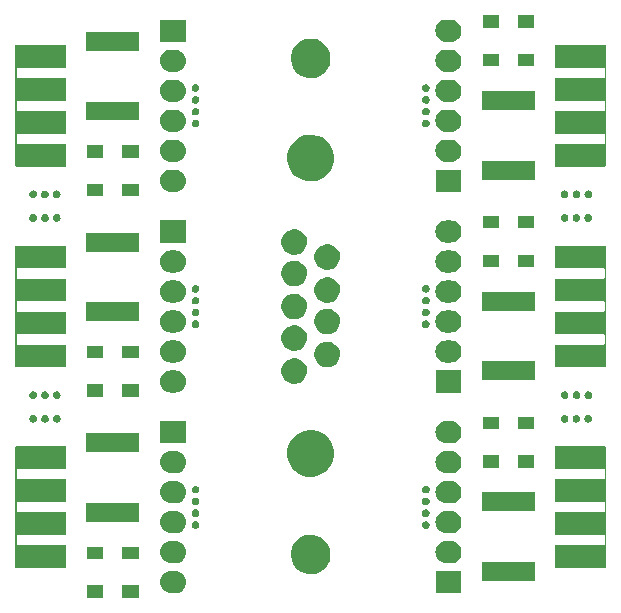
<source format=gts>
G04 #@! TF.FileFunction,Soldermask,Top*
%FSLAX46Y46*%
G04 Gerber Fmt 4.6, Leading zero omitted, Abs format (unit mm)*
G04 Created by KiCad (PCBNEW 4.0.2-stable) date 27/07/2016 9:39:40 PM*
%MOMM*%
G01*
G04 APERTURE LIST*
%ADD10C,0.100000*%
G04 APERTURE END LIST*
D10*
G36*
X140686200Y-151666200D02*
X139313800Y-151666200D01*
X139313800Y-150603800D01*
X140686200Y-150603800D01*
X140686200Y-151666200D01*
X140686200Y-151666200D01*
G37*
G36*
X137686200Y-151666200D02*
X136313800Y-151666200D01*
X136313800Y-150603800D01*
X137686200Y-150603800D01*
X137686200Y-151666200D01*
X137686200Y-151666200D01*
G37*
G36*
X168007200Y-151289800D02*
X165822800Y-151289800D01*
X165822800Y-149410200D01*
X168007200Y-149410200D01*
X168007200Y-151289800D01*
X168007200Y-151289800D01*
G37*
G36*
X143753749Y-149410277D02*
X143753754Y-149410278D01*
X143755807Y-149410292D01*
X143938080Y-149430737D01*
X144112912Y-149486197D01*
X144273641Y-149574558D01*
X144414146Y-149692456D01*
X144529076Y-149835400D01*
X144614052Y-149997945D01*
X144665839Y-150173899D01*
X144665843Y-150173940D01*
X144665844Y-150173944D01*
X144682463Y-150356558D01*
X144664648Y-150526056D01*
X144663290Y-150538973D01*
X144609052Y-150714187D01*
X144521815Y-150875529D01*
X144404900Y-151016855D01*
X144262762Y-151132779D01*
X144100815Y-151218888D01*
X143925226Y-151271902D01*
X143742685Y-151289800D01*
X143427283Y-151289800D01*
X143416251Y-151289723D01*
X143416246Y-151289722D01*
X143414193Y-151289708D01*
X143231920Y-151269263D01*
X143057088Y-151213803D01*
X142896359Y-151125442D01*
X142755854Y-151007544D01*
X142640924Y-150864600D01*
X142555948Y-150702055D01*
X142504161Y-150526101D01*
X142504157Y-150526060D01*
X142504156Y-150526056D01*
X142487537Y-150343442D01*
X142506705Y-150161074D01*
X142506710Y-150161027D01*
X142560948Y-149985813D01*
X142648185Y-149824471D01*
X142765100Y-149683145D01*
X142907238Y-149567221D01*
X143069185Y-149481112D01*
X143244774Y-149428098D01*
X143427315Y-149410200D01*
X143742717Y-149410200D01*
X143753749Y-149410277D01*
X143753749Y-149410277D01*
G37*
G36*
X174251200Y-150251200D02*
X169748800Y-150251200D01*
X169748800Y-148648800D01*
X174251200Y-148648800D01*
X174251200Y-150251200D01*
X174251200Y-150251200D01*
G37*
G36*
X155426062Y-146324914D02*
X155748061Y-146391012D01*
X156051102Y-146518399D01*
X156323623Y-146702216D01*
X156555250Y-146935465D01*
X156737158Y-147209262D01*
X156862424Y-147513178D01*
X156926204Y-147835291D01*
X156926204Y-147835301D01*
X156926271Y-147835640D01*
X156921029Y-148211100D01*
X156920952Y-148211438D01*
X156920952Y-148211447D01*
X156848203Y-148531654D01*
X156714502Y-148831951D01*
X156525016Y-149100564D01*
X156286966Y-149327256D01*
X156009419Y-149503393D01*
X155702943Y-149622267D01*
X155379221Y-149679348D01*
X155050571Y-149672464D01*
X154729518Y-149601876D01*
X154428290Y-149470273D01*
X154158365Y-149282670D01*
X153930017Y-149046209D01*
X153751946Y-148769897D01*
X153630934Y-148464255D01*
X153571595Y-148140942D01*
X153576184Y-147812253D01*
X153644530Y-147490714D01*
X153774025Y-147188577D01*
X153959742Y-146917345D01*
X154194602Y-146687352D01*
X154469665Y-146507356D01*
X154774450Y-146384215D01*
X155097344Y-146322620D01*
X155426062Y-146324914D01*
X155426062Y-146324914D01*
G37*
G36*
X180199200Y-138849200D02*
X180201211Y-138863353D01*
X180207086Y-138876384D01*
X180216358Y-138887264D01*
X180228294Y-138895129D01*
X180239918Y-138898990D01*
X180244905Y-138900000D01*
X180250000Y-138900000D01*
X180250000Y-149100000D01*
X180245262Y-149100000D01*
X180240607Y-149100876D01*
X180227070Y-149105469D01*
X180215349Y-149113652D01*
X180206372Y-149124776D01*
X180200849Y-149137961D01*
X180199200Y-149150800D01*
X180199200Y-149156200D01*
X175966800Y-149156200D01*
X175966800Y-147225800D01*
X180099200Y-147225800D01*
X180113353Y-147223789D01*
X180126384Y-147217914D01*
X180137264Y-147208642D01*
X180145129Y-147196706D01*
X180149358Y-147183051D01*
X180150000Y-147175000D01*
X180150000Y-146413000D01*
X180147989Y-146398847D01*
X180142114Y-146385816D01*
X180132842Y-146374936D01*
X180120906Y-146367071D01*
X180107251Y-146362842D01*
X180099200Y-146362200D01*
X175966800Y-146362200D01*
X175966800Y-144431800D01*
X180099200Y-144431800D01*
X180113353Y-144429789D01*
X180126384Y-144423914D01*
X180137264Y-144414642D01*
X180145129Y-144402706D01*
X180149358Y-144389051D01*
X180150000Y-144381000D01*
X180150000Y-143619000D01*
X180147989Y-143604847D01*
X180142114Y-143591816D01*
X180132842Y-143580936D01*
X180120906Y-143573071D01*
X180107251Y-143568842D01*
X180099200Y-143568200D01*
X175966800Y-143568200D01*
X175966800Y-141637800D01*
X180099200Y-141637800D01*
X180113353Y-141635789D01*
X180126384Y-141629914D01*
X180137264Y-141620642D01*
X180145129Y-141608706D01*
X180149358Y-141595051D01*
X180150000Y-141587000D01*
X180150000Y-140825000D01*
X180147989Y-140810847D01*
X180142114Y-140797816D01*
X180132842Y-140786936D01*
X180120906Y-140779071D01*
X180107251Y-140774842D01*
X180099200Y-140774200D01*
X175966800Y-140774200D01*
X175966800Y-138843800D01*
X180199200Y-138843800D01*
X180199200Y-138849200D01*
X180199200Y-138849200D01*
G37*
G36*
X134533200Y-140774200D02*
X130400800Y-140774200D01*
X130386647Y-140776211D01*
X130373616Y-140782086D01*
X130362736Y-140791358D01*
X130354871Y-140803294D01*
X130350642Y-140816949D01*
X130350000Y-140825000D01*
X130350000Y-141587000D01*
X130352011Y-141601153D01*
X130357886Y-141614184D01*
X130367158Y-141625064D01*
X130379094Y-141632929D01*
X130392749Y-141637158D01*
X130400800Y-141637800D01*
X134533200Y-141637800D01*
X134533200Y-143568200D01*
X130400800Y-143568200D01*
X130386647Y-143570211D01*
X130373616Y-143576086D01*
X130362736Y-143585358D01*
X130354871Y-143597294D01*
X130350642Y-143610949D01*
X130350000Y-143619000D01*
X130350000Y-144381000D01*
X130352011Y-144395153D01*
X130357886Y-144408184D01*
X130367158Y-144419064D01*
X130379094Y-144426929D01*
X130392749Y-144431158D01*
X130400800Y-144431800D01*
X134533200Y-144431800D01*
X134533200Y-146362200D01*
X130400800Y-146362200D01*
X130386647Y-146364211D01*
X130373616Y-146370086D01*
X130362736Y-146379358D01*
X130354871Y-146391294D01*
X130350642Y-146404949D01*
X130350000Y-146413000D01*
X130350000Y-147175000D01*
X130352011Y-147189153D01*
X130357886Y-147202184D01*
X130367158Y-147213064D01*
X130379094Y-147220929D01*
X130392749Y-147225158D01*
X130400800Y-147225800D01*
X134533200Y-147225800D01*
X134533200Y-149156200D01*
X130300800Y-149156200D01*
X130300800Y-149150800D01*
X130298789Y-149136647D01*
X130292914Y-149123616D01*
X130283642Y-149112736D01*
X130271706Y-149104871D01*
X130260082Y-149101010D01*
X130255095Y-149100000D01*
X130250000Y-149100000D01*
X130250000Y-138900000D01*
X130254738Y-138900000D01*
X130259393Y-138899124D01*
X130272930Y-138894531D01*
X130284651Y-138886348D01*
X130293628Y-138875224D01*
X130299151Y-138862039D01*
X130300800Y-138849200D01*
X130300800Y-138843800D01*
X134533200Y-138843800D01*
X134533200Y-140774200D01*
X134533200Y-140774200D01*
G37*
G36*
X167083749Y-146870277D02*
X167083754Y-146870278D01*
X167085807Y-146870292D01*
X167268080Y-146890737D01*
X167442912Y-146946197D01*
X167603641Y-147034558D01*
X167744146Y-147152456D01*
X167859076Y-147295400D01*
X167944052Y-147457945D01*
X167995839Y-147633899D01*
X167995843Y-147633940D01*
X167995844Y-147633944D01*
X168012463Y-147816558D01*
X168010457Y-147835640D01*
X167993290Y-147998973D01*
X167939052Y-148174187D01*
X167851815Y-148335529D01*
X167734900Y-148476855D01*
X167592762Y-148592779D01*
X167430815Y-148678888D01*
X167255226Y-148731902D01*
X167072685Y-148749800D01*
X166757283Y-148749800D01*
X166746251Y-148749723D01*
X166746246Y-148749722D01*
X166744193Y-148749708D01*
X166561920Y-148729263D01*
X166387088Y-148673803D01*
X166226359Y-148585442D01*
X166085854Y-148467544D01*
X165970924Y-148324600D01*
X165885948Y-148162055D01*
X165834161Y-147986101D01*
X165834157Y-147986060D01*
X165834156Y-147986056D01*
X165817537Y-147803442D01*
X165836705Y-147621074D01*
X165836710Y-147621027D01*
X165890948Y-147445813D01*
X165978185Y-147284471D01*
X166095100Y-147143145D01*
X166237238Y-147027221D01*
X166399185Y-146941112D01*
X166574774Y-146888098D01*
X166757315Y-146870200D01*
X167072717Y-146870200D01*
X167083749Y-146870277D01*
X167083749Y-146870277D01*
G37*
G36*
X143753749Y-146870277D02*
X143753754Y-146870278D01*
X143755807Y-146870292D01*
X143938080Y-146890737D01*
X144112912Y-146946197D01*
X144273641Y-147034558D01*
X144414146Y-147152456D01*
X144529076Y-147295400D01*
X144614052Y-147457945D01*
X144665839Y-147633899D01*
X144665843Y-147633940D01*
X144665844Y-147633944D01*
X144682463Y-147816558D01*
X144680457Y-147835640D01*
X144663290Y-147998973D01*
X144609052Y-148174187D01*
X144521815Y-148335529D01*
X144404900Y-148476855D01*
X144262762Y-148592779D01*
X144100815Y-148678888D01*
X143925226Y-148731902D01*
X143742685Y-148749800D01*
X143427283Y-148749800D01*
X143416251Y-148749723D01*
X143416246Y-148749722D01*
X143414193Y-148749708D01*
X143231920Y-148729263D01*
X143057088Y-148673803D01*
X142896359Y-148585442D01*
X142755854Y-148467544D01*
X142640924Y-148324600D01*
X142555948Y-148162055D01*
X142504161Y-147986101D01*
X142504157Y-147986060D01*
X142504156Y-147986056D01*
X142487537Y-147803442D01*
X142506705Y-147621074D01*
X142506710Y-147621027D01*
X142560948Y-147445813D01*
X142648185Y-147284471D01*
X142765100Y-147143145D01*
X142907238Y-147027221D01*
X143069185Y-146941112D01*
X143244774Y-146888098D01*
X143427315Y-146870200D01*
X143742717Y-146870200D01*
X143753749Y-146870277D01*
X143753749Y-146870277D01*
G37*
G36*
X137686200Y-148396200D02*
X136313800Y-148396200D01*
X136313800Y-147333800D01*
X137686200Y-147333800D01*
X137686200Y-148396200D01*
X137686200Y-148396200D01*
G37*
G36*
X140686200Y-148396200D02*
X139313800Y-148396200D01*
X139313800Y-147333800D01*
X140686200Y-147333800D01*
X140686200Y-148396200D01*
X140686200Y-148396200D01*
G37*
G36*
X167083749Y-144330277D02*
X167083754Y-144330278D01*
X167085807Y-144330292D01*
X167268080Y-144350737D01*
X167442912Y-144406197D01*
X167603641Y-144494558D01*
X167744146Y-144612456D01*
X167859076Y-144755400D01*
X167944052Y-144917945D01*
X167995839Y-145093899D01*
X167995843Y-145093940D01*
X167995844Y-145093944D01*
X168012463Y-145276558D01*
X167998935Y-145405262D01*
X167993290Y-145458973D01*
X167939052Y-145634187D01*
X167851815Y-145795529D01*
X167734900Y-145936855D01*
X167592762Y-146052779D01*
X167430815Y-146138888D01*
X167255226Y-146191902D01*
X167072685Y-146209800D01*
X166757283Y-146209800D01*
X166746251Y-146209723D01*
X166746246Y-146209722D01*
X166744193Y-146209708D01*
X166561920Y-146189263D01*
X166387088Y-146133803D01*
X166226359Y-146045442D01*
X166085854Y-145927544D01*
X165970924Y-145784600D01*
X165885948Y-145622055D01*
X165834161Y-145446101D01*
X165834157Y-145446060D01*
X165834156Y-145446056D01*
X165817537Y-145263442D01*
X165836705Y-145081074D01*
X165836710Y-145081027D01*
X165890948Y-144905813D01*
X165978185Y-144744471D01*
X166095100Y-144603145D01*
X166237238Y-144487221D01*
X166399185Y-144401112D01*
X166574774Y-144348098D01*
X166757315Y-144330200D01*
X167072717Y-144330200D01*
X167083749Y-144330277D01*
X167083749Y-144330277D01*
G37*
G36*
X143753749Y-144330277D02*
X143753754Y-144330278D01*
X143755807Y-144330292D01*
X143938080Y-144350737D01*
X144112912Y-144406197D01*
X144273641Y-144494558D01*
X144414146Y-144612456D01*
X144529076Y-144755400D01*
X144614052Y-144917945D01*
X144665839Y-145093899D01*
X144665843Y-145093940D01*
X144665844Y-145093944D01*
X144682463Y-145276558D01*
X144668935Y-145405262D01*
X144663290Y-145458973D01*
X144609052Y-145634187D01*
X144521815Y-145795529D01*
X144404900Y-145936855D01*
X144262762Y-146052779D01*
X144100815Y-146138888D01*
X143925226Y-146191902D01*
X143742685Y-146209800D01*
X143427283Y-146209800D01*
X143416251Y-146209723D01*
X143416246Y-146209722D01*
X143414193Y-146209708D01*
X143231920Y-146189263D01*
X143057088Y-146133803D01*
X142896359Y-146045442D01*
X142755854Y-145927544D01*
X142640924Y-145784600D01*
X142555948Y-145622055D01*
X142504161Y-145446101D01*
X142504157Y-145446060D01*
X142504156Y-145446056D01*
X142487537Y-145263442D01*
X142506705Y-145081074D01*
X142506710Y-145081027D01*
X142560948Y-144905813D01*
X142648185Y-144744471D01*
X142765100Y-144603145D01*
X142907238Y-144487221D01*
X143069185Y-144401112D01*
X143244774Y-144348098D01*
X143427315Y-144330200D01*
X143742717Y-144330200D01*
X143753749Y-144330277D01*
X143753749Y-144330277D01*
G37*
G36*
X165034265Y-145174015D02*
X165096925Y-145186878D01*
X165155901Y-145211669D01*
X165208937Y-145247442D01*
X165254013Y-145292833D01*
X165289412Y-145346114D01*
X165313790Y-145405259D01*
X165326146Y-145467665D01*
X165326146Y-145467670D01*
X165326214Y-145468014D01*
X165325193Y-145541081D01*
X165325117Y-145541415D01*
X165325117Y-145541428D01*
X165311022Y-145603466D01*
X165285005Y-145661903D01*
X165248129Y-145714177D01*
X165201801Y-145758294D01*
X165147787Y-145792573D01*
X165088147Y-145815706D01*
X165025148Y-145826815D01*
X164961189Y-145825474D01*
X164898710Y-145811738D01*
X164840087Y-145786126D01*
X164787561Y-145749619D01*
X164743122Y-145703602D01*
X164708468Y-145649829D01*
X164684916Y-145590344D01*
X164673369Y-145527430D01*
X164674262Y-145463462D01*
X164687562Y-145400891D01*
X164712764Y-145342090D01*
X164748906Y-145289307D01*
X164794610Y-145244549D01*
X164848141Y-145209520D01*
X164907455Y-145185555D01*
X164970290Y-145173569D01*
X165034265Y-145174015D01*
X165034265Y-145174015D01*
G37*
G36*
X145534265Y-145174015D02*
X145596925Y-145186878D01*
X145655901Y-145211669D01*
X145708937Y-145247442D01*
X145754013Y-145292833D01*
X145789412Y-145346114D01*
X145813790Y-145405259D01*
X145826146Y-145467665D01*
X145826146Y-145467670D01*
X145826214Y-145468014D01*
X145825193Y-145541081D01*
X145825117Y-145541415D01*
X145825117Y-145541428D01*
X145811022Y-145603466D01*
X145785005Y-145661903D01*
X145748129Y-145714177D01*
X145701801Y-145758294D01*
X145647787Y-145792573D01*
X145588147Y-145815706D01*
X145525148Y-145826815D01*
X145461189Y-145825474D01*
X145398710Y-145811738D01*
X145340087Y-145786126D01*
X145287561Y-145749619D01*
X145243122Y-145703602D01*
X145208468Y-145649829D01*
X145184916Y-145590344D01*
X145173369Y-145527430D01*
X145174262Y-145463462D01*
X145187562Y-145400891D01*
X145212764Y-145342090D01*
X145248906Y-145289307D01*
X145294610Y-145244549D01*
X145348141Y-145209520D01*
X145407455Y-145185555D01*
X145470290Y-145173569D01*
X145534265Y-145174015D01*
X145534265Y-145174015D01*
G37*
G36*
X140751200Y-145251200D02*
X136248800Y-145251200D01*
X136248800Y-143648800D01*
X140751200Y-143648800D01*
X140751200Y-145251200D01*
X140751200Y-145251200D01*
G37*
G36*
X165034265Y-144174015D02*
X165096925Y-144186878D01*
X165155901Y-144211669D01*
X165208937Y-144247442D01*
X165254013Y-144292833D01*
X165289412Y-144346114D01*
X165313790Y-144405259D01*
X165326146Y-144467665D01*
X165326146Y-144467670D01*
X165326214Y-144468014D01*
X165325193Y-144541081D01*
X165325117Y-144541415D01*
X165325117Y-144541428D01*
X165311022Y-144603466D01*
X165285005Y-144661903D01*
X165248129Y-144714177D01*
X165201801Y-144758294D01*
X165147787Y-144792573D01*
X165088147Y-144815706D01*
X165025148Y-144826815D01*
X164961189Y-144825474D01*
X164898710Y-144811738D01*
X164840087Y-144786126D01*
X164787561Y-144749619D01*
X164743122Y-144703602D01*
X164708468Y-144649829D01*
X164684916Y-144590344D01*
X164673369Y-144527430D01*
X164674262Y-144463462D01*
X164687562Y-144400891D01*
X164712764Y-144342090D01*
X164748906Y-144289307D01*
X164794610Y-144244549D01*
X164848141Y-144209520D01*
X164907455Y-144185555D01*
X164970290Y-144173569D01*
X165034265Y-144174015D01*
X165034265Y-144174015D01*
G37*
G36*
X145534265Y-144174015D02*
X145596925Y-144186878D01*
X145655901Y-144211669D01*
X145708937Y-144247442D01*
X145754013Y-144292833D01*
X145789412Y-144346114D01*
X145813790Y-144405259D01*
X145826146Y-144467665D01*
X145826146Y-144467670D01*
X145826214Y-144468014D01*
X145825193Y-144541081D01*
X145825117Y-144541415D01*
X145825117Y-144541428D01*
X145811022Y-144603466D01*
X145785005Y-144661903D01*
X145748129Y-144714177D01*
X145701801Y-144758294D01*
X145647787Y-144792573D01*
X145588147Y-144815706D01*
X145525148Y-144826815D01*
X145461189Y-144825474D01*
X145398710Y-144811738D01*
X145340087Y-144786126D01*
X145287561Y-144749619D01*
X145243122Y-144703602D01*
X145208468Y-144649829D01*
X145184916Y-144590344D01*
X145173369Y-144527430D01*
X145174262Y-144463462D01*
X145187562Y-144400891D01*
X145212764Y-144342090D01*
X145248906Y-144289307D01*
X145294610Y-144244549D01*
X145348141Y-144209520D01*
X145407455Y-144185555D01*
X145470290Y-144173569D01*
X145534265Y-144174015D01*
X145534265Y-144174015D01*
G37*
G36*
X174251200Y-144351200D02*
X169748800Y-144351200D01*
X169748800Y-142748800D01*
X174251200Y-142748800D01*
X174251200Y-144351200D01*
X174251200Y-144351200D01*
G37*
G36*
X145534265Y-143174015D02*
X145596925Y-143186878D01*
X145655901Y-143211669D01*
X145708937Y-143247442D01*
X145754013Y-143292833D01*
X145789412Y-143346114D01*
X145813790Y-143405259D01*
X145826146Y-143467665D01*
X145826146Y-143467670D01*
X145826214Y-143468014D01*
X145825193Y-143541081D01*
X145825117Y-143541415D01*
X145825117Y-143541428D01*
X145811022Y-143603466D01*
X145785005Y-143661903D01*
X145748129Y-143714177D01*
X145701801Y-143758294D01*
X145647787Y-143792573D01*
X145588147Y-143815706D01*
X145525148Y-143826815D01*
X145461189Y-143825474D01*
X145398710Y-143811738D01*
X145340087Y-143786126D01*
X145287561Y-143749619D01*
X145243122Y-143703602D01*
X145208468Y-143649829D01*
X145184916Y-143590344D01*
X145173369Y-143527430D01*
X145174262Y-143463462D01*
X145187562Y-143400891D01*
X145212764Y-143342090D01*
X145248906Y-143289307D01*
X145294610Y-143244549D01*
X145348141Y-143209520D01*
X145407455Y-143185555D01*
X145470290Y-143173569D01*
X145534265Y-143174015D01*
X145534265Y-143174015D01*
G37*
G36*
X165034265Y-143174015D02*
X165096925Y-143186878D01*
X165155901Y-143211669D01*
X165208937Y-143247442D01*
X165254013Y-143292833D01*
X165289412Y-143346114D01*
X165313790Y-143405259D01*
X165326146Y-143467665D01*
X165326146Y-143467670D01*
X165326214Y-143468014D01*
X165325193Y-143541081D01*
X165325117Y-143541415D01*
X165325117Y-143541428D01*
X165311022Y-143603466D01*
X165285005Y-143661903D01*
X165248129Y-143714177D01*
X165201801Y-143758294D01*
X165147787Y-143792573D01*
X165088147Y-143815706D01*
X165025148Y-143826815D01*
X164961189Y-143825474D01*
X164898710Y-143811738D01*
X164840087Y-143786126D01*
X164787561Y-143749619D01*
X164743122Y-143703602D01*
X164708468Y-143649829D01*
X164684916Y-143590344D01*
X164673369Y-143527430D01*
X164674262Y-143463462D01*
X164687562Y-143400891D01*
X164712764Y-143342090D01*
X164748906Y-143289307D01*
X164794610Y-143244549D01*
X164848141Y-143209520D01*
X164907455Y-143185555D01*
X164970290Y-143173569D01*
X165034265Y-143174015D01*
X165034265Y-143174015D01*
G37*
G36*
X167083749Y-141790277D02*
X167083754Y-141790278D01*
X167085807Y-141790292D01*
X167268080Y-141810737D01*
X167442912Y-141866197D01*
X167603641Y-141954558D01*
X167744146Y-142072456D01*
X167859076Y-142215400D01*
X167944052Y-142377945D01*
X167995839Y-142553899D01*
X167995843Y-142553940D01*
X167995844Y-142553944D01*
X168012463Y-142736558D01*
X168002976Y-142826815D01*
X167993290Y-142918973D01*
X167939052Y-143094187D01*
X167851815Y-143255529D01*
X167734900Y-143396855D01*
X167592762Y-143512779D01*
X167430815Y-143598888D01*
X167255226Y-143651902D01*
X167072685Y-143669800D01*
X166757283Y-143669800D01*
X166746251Y-143669723D01*
X166746246Y-143669722D01*
X166744193Y-143669708D01*
X166561920Y-143649263D01*
X166387088Y-143593803D01*
X166226359Y-143505442D01*
X166085854Y-143387544D01*
X165970924Y-143244600D01*
X165885948Y-143082055D01*
X165834161Y-142906101D01*
X165834157Y-142906060D01*
X165834156Y-142906056D01*
X165817537Y-142723442D01*
X165836705Y-142541074D01*
X165836710Y-142541027D01*
X165890948Y-142365813D01*
X165978185Y-142204471D01*
X166095100Y-142063145D01*
X166237238Y-141947221D01*
X166399185Y-141861112D01*
X166574774Y-141808098D01*
X166757315Y-141790200D01*
X167072717Y-141790200D01*
X167083749Y-141790277D01*
X167083749Y-141790277D01*
G37*
G36*
X143753749Y-141790277D02*
X143753754Y-141790278D01*
X143755807Y-141790292D01*
X143938080Y-141810737D01*
X144112912Y-141866197D01*
X144273641Y-141954558D01*
X144414146Y-142072456D01*
X144529076Y-142215400D01*
X144614052Y-142377945D01*
X144665839Y-142553899D01*
X144665843Y-142553940D01*
X144665844Y-142553944D01*
X144682463Y-142736558D01*
X144672976Y-142826815D01*
X144663290Y-142918973D01*
X144609052Y-143094187D01*
X144521815Y-143255529D01*
X144404900Y-143396855D01*
X144262762Y-143512779D01*
X144100815Y-143598888D01*
X143925226Y-143651902D01*
X143742685Y-143669800D01*
X143427283Y-143669800D01*
X143416251Y-143669723D01*
X143416246Y-143669722D01*
X143414193Y-143669708D01*
X143231920Y-143649263D01*
X143057088Y-143593803D01*
X142896359Y-143505442D01*
X142755854Y-143387544D01*
X142640924Y-143244600D01*
X142555948Y-143082055D01*
X142504161Y-142906101D01*
X142504157Y-142906060D01*
X142504156Y-142906056D01*
X142487537Y-142723442D01*
X142506705Y-142541074D01*
X142506710Y-142541027D01*
X142560948Y-142365813D01*
X142648185Y-142204471D01*
X142765100Y-142063145D01*
X142907238Y-141947221D01*
X143069185Y-141861112D01*
X143244774Y-141808098D01*
X143427315Y-141790200D01*
X143742717Y-141790200D01*
X143753749Y-141790277D01*
X143753749Y-141790277D01*
G37*
G36*
X165034265Y-142174015D02*
X165096925Y-142186878D01*
X165155901Y-142211669D01*
X165208937Y-142247442D01*
X165254013Y-142292833D01*
X165289412Y-142346114D01*
X165313790Y-142405259D01*
X165326146Y-142467665D01*
X165326146Y-142467670D01*
X165326214Y-142468014D01*
X165325193Y-142541081D01*
X165325117Y-142541415D01*
X165325117Y-142541428D01*
X165311022Y-142603466D01*
X165285005Y-142661903D01*
X165248129Y-142714177D01*
X165201801Y-142758294D01*
X165147787Y-142792573D01*
X165088147Y-142815706D01*
X165025148Y-142826815D01*
X164961189Y-142825474D01*
X164898710Y-142811738D01*
X164840087Y-142786126D01*
X164787561Y-142749619D01*
X164743122Y-142703602D01*
X164708468Y-142649829D01*
X164684916Y-142590344D01*
X164673369Y-142527430D01*
X164674262Y-142463462D01*
X164687562Y-142400891D01*
X164712764Y-142342090D01*
X164748906Y-142289307D01*
X164794610Y-142244549D01*
X164848141Y-142209520D01*
X164907455Y-142185555D01*
X164970290Y-142173569D01*
X165034265Y-142174015D01*
X165034265Y-142174015D01*
G37*
G36*
X145534265Y-142174015D02*
X145596925Y-142186878D01*
X145655901Y-142211669D01*
X145708937Y-142247442D01*
X145754013Y-142292833D01*
X145789412Y-142346114D01*
X145813790Y-142405259D01*
X145826146Y-142467665D01*
X145826146Y-142467670D01*
X145826214Y-142468014D01*
X145825193Y-142541081D01*
X145825117Y-142541415D01*
X145825117Y-142541428D01*
X145811022Y-142603466D01*
X145785005Y-142661903D01*
X145748129Y-142714177D01*
X145701801Y-142758294D01*
X145647787Y-142792573D01*
X145588147Y-142815706D01*
X145525148Y-142826815D01*
X145461189Y-142825474D01*
X145398710Y-142811738D01*
X145340087Y-142786126D01*
X145287561Y-142749619D01*
X145243122Y-142703602D01*
X145208468Y-142649829D01*
X145184916Y-142590344D01*
X145173369Y-142527430D01*
X145174262Y-142463462D01*
X145187562Y-142400891D01*
X145212764Y-142342090D01*
X145248906Y-142289307D01*
X145294610Y-142244549D01*
X145348141Y-142209520D01*
X145407455Y-142185555D01*
X145470290Y-142173569D01*
X145534265Y-142174015D01*
X145534265Y-142174015D01*
G37*
G36*
X155458098Y-137466117D02*
X155838688Y-137544242D01*
X156196870Y-137694807D01*
X156518978Y-137912072D01*
X156792751Y-138187763D01*
X157007761Y-138511380D01*
X157155820Y-138870597D01*
X157231217Y-139251384D01*
X157231217Y-139251389D01*
X157231285Y-139251733D01*
X157225088Y-139695512D01*
X157225012Y-139695846D01*
X157225012Y-139695858D01*
X157139010Y-140074393D01*
X156980982Y-140429332D01*
X156757017Y-140746821D01*
X156475651Y-141014763D01*
X156147602Y-141222949D01*
X155785360Y-141363453D01*
X155402733Y-141430921D01*
X155014283Y-141422784D01*
X154634811Y-141339352D01*
X154278773Y-141183802D01*
X153959732Y-140962063D01*
X153689834Y-140682575D01*
X153479361Y-140355985D01*
X153336330Y-139994731D01*
X153266194Y-139612587D01*
X153271618Y-139224090D01*
X153352400Y-138844044D01*
X153505458Y-138486931D01*
X153724968Y-138166346D01*
X154002563Y-137894504D01*
X154327676Y-137681756D01*
X154687919Y-137536208D01*
X155069567Y-137463405D01*
X155458098Y-137466117D01*
X155458098Y-137466117D01*
G37*
G36*
X143753749Y-139250277D02*
X143753754Y-139250278D01*
X143755807Y-139250292D01*
X143938080Y-139270737D01*
X144112912Y-139326197D01*
X144273641Y-139414558D01*
X144414146Y-139532456D01*
X144529076Y-139675400D01*
X144614052Y-139837945D01*
X144665839Y-140013899D01*
X144665843Y-140013940D01*
X144665844Y-140013944D01*
X144682463Y-140196558D01*
X144665706Y-140355984D01*
X144663290Y-140378973D01*
X144609052Y-140554187D01*
X144521815Y-140715529D01*
X144404900Y-140856855D01*
X144262762Y-140972779D01*
X144100815Y-141058888D01*
X143925226Y-141111902D01*
X143742685Y-141129800D01*
X143427283Y-141129800D01*
X143416251Y-141129723D01*
X143416246Y-141129722D01*
X143414193Y-141129708D01*
X143231920Y-141109263D01*
X143057088Y-141053803D01*
X142896359Y-140965442D01*
X142755854Y-140847544D01*
X142640924Y-140704600D01*
X142555948Y-140542055D01*
X142504161Y-140366101D01*
X142504157Y-140366060D01*
X142504156Y-140366056D01*
X142487537Y-140183442D01*
X142506705Y-140001074D01*
X142506710Y-140001027D01*
X142560948Y-139825813D01*
X142648185Y-139664471D01*
X142765100Y-139523145D01*
X142907238Y-139407221D01*
X143069185Y-139321112D01*
X143244774Y-139268098D01*
X143427315Y-139250200D01*
X143742717Y-139250200D01*
X143753749Y-139250277D01*
X143753749Y-139250277D01*
G37*
G36*
X167083749Y-139250277D02*
X167083754Y-139250278D01*
X167085807Y-139250292D01*
X167268080Y-139270737D01*
X167442912Y-139326197D01*
X167603641Y-139414558D01*
X167744146Y-139532456D01*
X167859076Y-139675400D01*
X167944052Y-139837945D01*
X167995839Y-140013899D01*
X167995843Y-140013940D01*
X167995844Y-140013944D01*
X168012463Y-140196558D01*
X167995706Y-140355984D01*
X167993290Y-140378973D01*
X167939052Y-140554187D01*
X167851815Y-140715529D01*
X167734900Y-140856855D01*
X167592762Y-140972779D01*
X167430815Y-141058888D01*
X167255226Y-141111902D01*
X167072685Y-141129800D01*
X166757283Y-141129800D01*
X166746251Y-141129723D01*
X166746246Y-141129722D01*
X166744193Y-141129708D01*
X166561920Y-141109263D01*
X166387088Y-141053803D01*
X166226359Y-140965442D01*
X166085854Y-140847544D01*
X165970924Y-140704600D01*
X165885948Y-140542055D01*
X165834161Y-140366101D01*
X165834157Y-140366060D01*
X165834156Y-140366056D01*
X165817537Y-140183442D01*
X165836705Y-140001074D01*
X165836710Y-140001027D01*
X165890948Y-139825813D01*
X165978185Y-139664471D01*
X166095100Y-139523145D01*
X166237238Y-139407221D01*
X166399185Y-139321112D01*
X166574774Y-139268098D01*
X166757315Y-139250200D01*
X167072717Y-139250200D01*
X167083749Y-139250277D01*
X167083749Y-139250277D01*
G37*
G36*
X174186200Y-140666200D02*
X172813800Y-140666200D01*
X172813800Y-139603800D01*
X174186200Y-139603800D01*
X174186200Y-140666200D01*
X174186200Y-140666200D01*
G37*
G36*
X171186200Y-140666200D02*
X169813800Y-140666200D01*
X169813800Y-139603800D01*
X171186200Y-139603800D01*
X171186200Y-140666200D01*
X171186200Y-140666200D01*
G37*
G36*
X140751200Y-139351200D02*
X136248800Y-139351200D01*
X136248800Y-137748800D01*
X140751200Y-137748800D01*
X140751200Y-139351200D01*
X140751200Y-139351200D01*
G37*
G36*
X167083749Y-136710277D02*
X167083754Y-136710278D01*
X167085807Y-136710292D01*
X167268080Y-136730737D01*
X167442912Y-136786197D01*
X167603641Y-136874558D01*
X167744146Y-136992456D01*
X167859076Y-137135400D01*
X167944052Y-137297945D01*
X167995839Y-137473899D01*
X167995843Y-137473940D01*
X167995844Y-137473944D01*
X168012463Y-137656558D01*
X167994648Y-137826056D01*
X167993290Y-137838973D01*
X167939052Y-138014187D01*
X167851815Y-138175529D01*
X167734900Y-138316855D01*
X167592762Y-138432779D01*
X167430815Y-138518888D01*
X167255226Y-138571902D01*
X167072685Y-138589800D01*
X166757283Y-138589800D01*
X166746251Y-138589723D01*
X166746246Y-138589722D01*
X166744193Y-138589708D01*
X166561920Y-138569263D01*
X166387088Y-138513803D01*
X166226359Y-138425442D01*
X166085854Y-138307544D01*
X165970924Y-138164600D01*
X165885948Y-138002055D01*
X165834161Y-137826101D01*
X165834157Y-137826060D01*
X165834156Y-137826056D01*
X165817537Y-137643442D01*
X165836705Y-137461074D01*
X165836710Y-137461027D01*
X165890948Y-137285813D01*
X165978185Y-137124471D01*
X166095100Y-136983145D01*
X166237238Y-136867221D01*
X166399185Y-136781112D01*
X166574774Y-136728098D01*
X166757315Y-136710200D01*
X167072717Y-136710200D01*
X167083749Y-136710277D01*
X167083749Y-136710277D01*
G37*
G36*
X144677200Y-138589800D02*
X142492800Y-138589800D01*
X142492800Y-136710200D01*
X144677200Y-136710200D01*
X144677200Y-138589800D01*
X144677200Y-138589800D01*
G37*
G36*
X174186200Y-137396200D02*
X172813800Y-137396200D01*
X172813800Y-136333800D01*
X174186200Y-136333800D01*
X174186200Y-137396200D01*
X174186200Y-137396200D01*
G37*
G36*
X171186200Y-137396200D02*
X169813800Y-137396200D01*
X169813800Y-136333800D01*
X171186200Y-136333800D01*
X171186200Y-137396200D01*
X171186200Y-137396200D01*
G37*
G36*
X132784265Y-136174015D02*
X132846925Y-136186878D01*
X132905901Y-136211669D01*
X132958937Y-136247442D01*
X133004013Y-136292833D01*
X133039412Y-136346114D01*
X133063790Y-136405259D01*
X133076146Y-136467665D01*
X133076146Y-136467670D01*
X133076214Y-136468014D01*
X133075193Y-136541081D01*
X133075117Y-136541415D01*
X133075117Y-136541428D01*
X133061022Y-136603466D01*
X133035005Y-136661903D01*
X132998129Y-136714177D01*
X132951801Y-136758294D01*
X132897787Y-136792573D01*
X132838147Y-136815706D01*
X132775148Y-136826815D01*
X132711189Y-136825474D01*
X132648710Y-136811738D01*
X132590087Y-136786126D01*
X132537561Y-136749619D01*
X132493122Y-136703602D01*
X132458468Y-136649829D01*
X132434916Y-136590344D01*
X132423369Y-136527430D01*
X132424262Y-136463462D01*
X132437562Y-136400891D01*
X132462764Y-136342090D01*
X132498906Y-136289307D01*
X132544610Y-136244549D01*
X132598141Y-136209520D01*
X132657455Y-136185555D01*
X132720290Y-136173569D01*
X132784265Y-136174015D01*
X132784265Y-136174015D01*
G37*
G36*
X178784265Y-136174015D02*
X178846925Y-136186878D01*
X178905901Y-136211669D01*
X178958937Y-136247442D01*
X179004013Y-136292833D01*
X179039412Y-136346114D01*
X179063790Y-136405259D01*
X179076146Y-136467665D01*
X179076146Y-136467670D01*
X179076214Y-136468014D01*
X179075193Y-136541081D01*
X179075117Y-136541415D01*
X179075117Y-136541428D01*
X179061022Y-136603466D01*
X179035005Y-136661903D01*
X178998129Y-136714177D01*
X178951801Y-136758294D01*
X178897787Y-136792573D01*
X178838147Y-136815706D01*
X178775148Y-136826815D01*
X178711189Y-136825474D01*
X178648710Y-136811738D01*
X178590087Y-136786126D01*
X178537561Y-136749619D01*
X178493122Y-136703602D01*
X178458468Y-136649829D01*
X178434916Y-136590344D01*
X178423369Y-136527430D01*
X178424262Y-136463462D01*
X178437562Y-136400891D01*
X178462764Y-136342090D01*
X178498906Y-136289307D01*
X178544610Y-136244549D01*
X178598141Y-136209520D01*
X178657455Y-136185555D01*
X178720290Y-136173569D01*
X178784265Y-136174015D01*
X178784265Y-136174015D01*
G37*
G36*
X177784265Y-136174015D02*
X177846925Y-136186878D01*
X177905901Y-136211669D01*
X177958937Y-136247442D01*
X178004013Y-136292833D01*
X178039412Y-136346114D01*
X178063790Y-136405259D01*
X178076146Y-136467665D01*
X178076146Y-136467670D01*
X178076214Y-136468014D01*
X178075193Y-136541081D01*
X178075117Y-136541415D01*
X178075117Y-136541428D01*
X178061022Y-136603466D01*
X178035005Y-136661903D01*
X177998129Y-136714177D01*
X177951801Y-136758294D01*
X177897787Y-136792573D01*
X177838147Y-136815706D01*
X177775148Y-136826815D01*
X177711189Y-136825474D01*
X177648710Y-136811738D01*
X177590087Y-136786126D01*
X177537561Y-136749619D01*
X177493122Y-136703602D01*
X177458468Y-136649829D01*
X177434916Y-136590344D01*
X177423369Y-136527430D01*
X177424262Y-136463462D01*
X177437562Y-136400891D01*
X177462764Y-136342090D01*
X177498906Y-136289307D01*
X177544610Y-136244549D01*
X177598141Y-136209520D01*
X177657455Y-136185555D01*
X177720290Y-136173569D01*
X177784265Y-136174015D01*
X177784265Y-136174015D01*
G37*
G36*
X133784265Y-136174015D02*
X133846925Y-136186878D01*
X133905901Y-136211669D01*
X133958937Y-136247442D01*
X134004013Y-136292833D01*
X134039412Y-136346114D01*
X134063790Y-136405259D01*
X134076146Y-136467665D01*
X134076146Y-136467670D01*
X134076214Y-136468014D01*
X134075193Y-136541081D01*
X134075117Y-136541415D01*
X134075117Y-136541428D01*
X134061022Y-136603466D01*
X134035005Y-136661903D01*
X133998129Y-136714177D01*
X133951801Y-136758294D01*
X133897787Y-136792573D01*
X133838147Y-136815706D01*
X133775148Y-136826815D01*
X133711189Y-136825474D01*
X133648710Y-136811738D01*
X133590087Y-136786126D01*
X133537561Y-136749619D01*
X133493122Y-136703602D01*
X133458468Y-136649829D01*
X133434916Y-136590344D01*
X133423369Y-136527430D01*
X133424262Y-136463462D01*
X133437562Y-136400891D01*
X133462764Y-136342090D01*
X133498906Y-136289307D01*
X133544610Y-136244549D01*
X133598141Y-136209520D01*
X133657455Y-136185555D01*
X133720290Y-136173569D01*
X133784265Y-136174015D01*
X133784265Y-136174015D01*
G37*
G36*
X131784265Y-136174015D02*
X131846925Y-136186878D01*
X131905901Y-136211669D01*
X131958937Y-136247442D01*
X132004013Y-136292833D01*
X132039412Y-136346114D01*
X132063790Y-136405259D01*
X132076146Y-136467665D01*
X132076146Y-136467670D01*
X132076214Y-136468014D01*
X132075193Y-136541081D01*
X132075117Y-136541415D01*
X132075117Y-136541428D01*
X132061022Y-136603466D01*
X132035005Y-136661903D01*
X131998129Y-136714177D01*
X131951801Y-136758294D01*
X131897787Y-136792573D01*
X131838147Y-136815706D01*
X131775148Y-136826815D01*
X131711189Y-136825474D01*
X131648710Y-136811738D01*
X131590087Y-136786126D01*
X131537561Y-136749619D01*
X131493122Y-136703602D01*
X131458468Y-136649829D01*
X131434916Y-136590344D01*
X131423369Y-136527430D01*
X131424262Y-136463462D01*
X131437562Y-136400891D01*
X131462764Y-136342090D01*
X131498906Y-136289307D01*
X131544610Y-136244549D01*
X131598141Y-136209520D01*
X131657455Y-136185555D01*
X131720290Y-136173569D01*
X131784265Y-136174015D01*
X131784265Y-136174015D01*
G37*
G36*
X176784265Y-136174015D02*
X176846925Y-136186878D01*
X176905901Y-136211669D01*
X176958937Y-136247442D01*
X177004013Y-136292833D01*
X177039412Y-136346114D01*
X177063790Y-136405259D01*
X177076146Y-136467665D01*
X177076146Y-136467670D01*
X177076214Y-136468014D01*
X177075193Y-136541081D01*
X177075117Y-136541415D01*
X177075117Y-136541428D01*
X177061022Y-136603466D01*
X177035005Y-136661903D01*
X176998129Y-136714177D01*
X176951801Y-136758294D01*
X176897787Y-136792573D01*
X176838147Y-136815706D01*
X176775148Y-136826815D01*
X176711189Y-136825474D01*
X176648710Y-136811738D01*
X176590087Y-136786126D01*
X176537561Y-136749619D01*
X176493122Y-136703602D01*
X176458468Y-136649829D01*
X176434916Y-136590344D01*
X176423369Y-136527430D01*
X176424262Y-136463462D01*
X176437562Y-136400891D01*
X176462764Y-136342090D01*
X176498906Y-136289307D01*
X176544610Y-136244549D01*
X176598141Y-136209520D01*
X176657455Y-136185555D01*
X176720290Y-136173569D01*
X176784265Y-136174015D01*
X176784265Y-136174015D01*
G37*
G36*
X177784265Y-134174015D02*
X177846925Y-134186878D01*
X177905901Y-134211669D01*
X177958937Y-134247442D01*
X178004013Y-134292833D01*
X178039412Y-134346114D01*
X178063790Y-134405259D01*
X178076146Y-134467665D01*
X178076146Y-134467670D01*
X178076214Y-134468014D01*
X178075193Y-134541081D01*
X178075117Y-134541415D01*
X178075117Y-134541428D01*
X178061022Y-134603466D01*
X178035005Y-134661903D01*
X177998129Y-134714177D01*
X177951801Y-134758294D01*
X177897787Y-134792573D01*
X177838147Y-134815706D01*
X177775148Y-134826815D01*
X177711189Y-134825474D01*
X177648710Y-134811738D01*
X177590087Y-134786126D01*
X177537561Y-134749619D01*
X177493122Y-134703602D01*
X177458468Y-134649829D01*
X177434916Y-134590344D01*
X177423369Y-134527430D01*
X177424262Y-134463462D01*
X177437562Y-134400891D01*
X177462764Y-134342090D01*
X177498906Y-134289307D01*
X177544610Y-134244549D01*
X177598141Y-134209520D01*
X177657455Y-134185555D01*
X177720290Y-134173569D01*
X177784265Y-134174015D01*
X177784265Y-134174015D01*
G37*
G36*
X178784265Y-134174015D02*
X178846925Y-134186878D01*
X178905901Y-134211669D01*
X178958937Y-134247442D01*
X179004013Y-134292833D01*
X179039412Y-134346114D01*
X179063790Y-134405259D01*
X179076146Y-134467665D01*
X179076146Y-134467670D01*
X179076214Y-134468014D01*
X179075193Y-134541081D01*
X179075117Y-134541415D01*
X179075117Y-134541428D01*
X179061022Y-134603466D01*
X179035005Y-134661903D01*
X178998129Y-134714177D01*
X178951801Y-134758294D01*
X178897787Y-134792573D01*
X178838147Y-134815706D01*
X178775148Y-134826815D01*
X178711189Y-134825474D01*
X178648710Y-134811738D01*
X178590087Y-134786126D01*
X178537561Y-134749619D01*
X178493122Y-134703602D01*
X178458468Y-134649829D01*
X178434916Y-134590344D01*
X178423369Y-134527430D01*
X178424262Y-134463462D01*
X178437562Y-134400891D01*
X178462764Y-134342090D01*
X178498906Y-134289307D01*
X178544610Y-134244549D01*
X178598141Y-134209520D01*
X178657455Y-134185555D01*
X178720290Y-134173569D01*
X178784265Y-134174015D01*
X178784265Y-134174015D01*
G37*
G36*
X176784265Y-134174015D02*
X176846925Y-134186878D01*
X176905901Y-134211669D01*
X176958937Y-134247442D01*
X177004013Y-134292833D01*
X177039412Y-134346114D01*
X177063790Y-134405259D01*
X177076146Y-134467665D01*
X177076146Y-134467670D01*
X177076214Y-134468014D01*
X177075193Y-134541081D01*
X177075117Y-134541415D01*
X177075117Y-134541428D01*
X177061022Y-134603466D01*
X177035005Y-134661903D01*
X176998129Y-134714177D01*
X176951801Y-134758294D01*
X176897787Y-134792573D01*
X176838147Y-134815706D01*
X176775148Y-134826815D01*
X176711189Y-134825474D01*
X176648710Y-134811738D01*
X176590087Y-134786126D01*
X176537561Y-134749619D01*
X176493122Y-134703602D01*
X176458468Y-134649829D01*
X176434916Y-134590344D01*
X176423369Y-134527430D01*
X176424262Y-134463462D01*
X176437562Y-134400891D01*
X176462764Y-134342090D01*
X176498906Y-134289307D01*
X176544610Y-134244549D01*
X176598141Y-134209520D01*
X176657455Y-134185555D01*
X176720290Y-134173569D01*
X176784265Y-134174015D01*
X176784265Y-134174015D01*
G37*
G36*
X133784265Y-134174015D02*
X133846925Y-134186878D01*
X133905901Y-134211669D01*
X133958937Y-134247442D01*
X134004013Y-134292833D01*
X134039412Y-134346114D01*
X134063790Y-134405259D01*
X134076146Y-134467665D01*
X134076146Y-134467670D01*
X134076214Y-134468014D01*
X134075193Y-134541081D01*
X134075117Y-134541415D01*
X134075117Y-134541428D01*
X134061022Y-134603466D01*
X134035005Y-134661903D01*
X133998129Y-134714177D01*
X133951801Y-134758294D01*
X133897787Y-134792573D01*
X133838147Y-134815706D01*
X133775148Y-134826815D01*
X133711189Y-134825474D01*
X133648710Y-134811738D01*
X133590087Y-134786126D01*
X133537561Y-134749619D01*
X133493122Y-134703602D01*
X133458468Y-134649829D01*
X133434916Y-134590344D01*
X133423369Y-134527430D01*
X133424262Y-134463462D01*
X133437562Y-134400891D01*
X133462764Y-134342090D01*
X133498906Y-134289307D01*
X133544610Y-134244549D01*
X133598141Y-134209520D01*
X133657455Y-134185555D01*
X133720290Y-134173569D01*
X133784265Y-134174015D01*
X133784265Y-134174015D01*
G37*
G36*
X132784265Y-134174015D02*
X132846925Y-134186878D01*
X132905901Y-134211669D01*
X132958937Y-134247442D01*
X133004013Y-134292833D01*
X133039412Y-134346114D01*
X133063790Y-134405259D01*
X133076146Y-134467665D01*
X133076146Y-134467670D01*
X133076214Y-134468014D01*
X133075193Y-134541081D01*
X133075117Y-134541415D01*
X133075117Y-134541428D01*
X133061022Y-134603466D01*
X133035005Y-134661903D01*
X132998129Y-134714177D01*
X132951801Y-134758294D01*
X132897787Y-134792573D01*
X132838147Y-134815706D01*
X132775148Y-134826815D01*
X132711189Y-134825474D01*
X132648710Y-134811738D01*
X132590087Y-134786126D01*
X132537561Y-134749619D01*
X132493122Y-134703602D01*
X132458468Y-134649829D01*
X132434916Y-134590344D01*
X132423369Y-134527430D01*
X132424262Y-134463462D01*
X132437562Y-134400891D01*
X132462764Y-134342090D01*
X132498906Y-134289307D01*
X132544610Y-134244549D01*
X132598141Y-134209520D01*
X132657455Y-134185555D01*
X132720290Y-134173569D01*
X132784265Y-134174015D01*
X132784265Y-134174015D01*
G37*
G36*
X131784265Y-134174015D02*
X131846925Y-134186878D01*
X131905901Y-134211669D01*
X131958937Y-134247442D01*
X132004013Y-134292833D01*
X132039412Y-134346114D01*
X132063790Y-134405259D01*
X132076146Y-134467665D01*
X132076146Y-134467670D01*
X132076214Y-134468014D01*
X132075193Y-134541081D01*
X132075117Y-134541415D01*
X132075117Y-134541428D01*
X132061022Y-134603466D01*
X132035005Y-134661903D01*
X131998129Y-134714177D01*
X131951801Y-134758294D01*
X131897787Y-134792573D01*
X131838147Y-134815706D01*
X131775148Y-134826815D01*
X131711189Y-134825474D01*
X131648710Y-134811738D01*
X131590087Y-134786126D01*
X131537561Y-134749619D01*
X131493122Y-134703602D01*
X131458468Y-134649829D01*
X131434916Y-134590344D01*
X131423369Y-134527430D01*
X131424262Y-134463462D01*
X131437562Y-134400891D01*
X131462764Y-134342090D01*
X131498906Y-134289307D01*
X131544610Y-134244549D01*
X131598141Y-134209520D01*
X131657455Y-134185555D01*
X131720290Y-134173569D01*
X131784265Y-134174015D01*
X131784265Y-134174015D01*
G37*
G36*
X140686200Y-134666200D02*
X139313800Y-134666200D01*
X139313800Y-133603800D01*
X140686200Y-133603800D01*
X140686200Y-134666200D01*
X140686200Y-134666200D01*
G37*
G36*
X137686200Y-134666200D02*
X136313800Y-134666200D01*
X136313800Y-133603800D01*
X137686200Y-133603800D01*
X137686200Y-134666200D01*
X137686200Y-134666200D01*
G37*
G36*
X168007200Y-134289800D02*
X165822800Y-134289800D01*
X165822800Y-132410200D01*
X168007200Y-132410200D01*
X168007200Y-134289800D01*
X168007200Y-134289800D01*
G37*
G36*
X143753749Y-132410277D02*
X143753754Y-132410278D01*
X143755807Y-132410292D01*
X143938080Y-132430737D01*
X144112912Y-132486197D01*
X144273641Y-132574558D01*
X144414146Y-132692456D01*
X144529076Y-132835400D01*
X144614052Y-132997945D01*
X144665839Y-133173899D01*
X144665843Y-133173940D01*
X144665844Y-133173944D01*
X144682463Y-133356558D01*
X144665895Y-133514185D01*
X144663290Y-133538973D01*
X144609052Y-133714187D01*
X144521815Y-133875529D01*
X144404900Y-134016855D01*
X144262762Y-134132779D01*
X144100815Y-134218888D01*
X143925226Y-134271902D01*
X143742685Y-134289800D01*
X143427283Y-134289800D01*
X143416251Y-134289723D01*
X143416246Y-134289722D01*
X143414193Y-134289708D01*
X143231920Y-134269263D01*
X143057088Y-134213803D01*
X142896359Y-134125442D01*
X142755854Y-134007544D01*
X142640924Y-133864600D01*
X142555948Y-133702055D01*
X142504161Y-133526101D01*
X142504157Y-133526060D01*
X142504156Y-133526056D01*
X142487537Y-133343442D01*
X142506705Y-133161074D01*
X142506710Y-133161027D01*
X142560948Y-132985813D01*
X142648185Y-132824471D01*
X142765100Y-132683145D01*
X142907238Y-132567221D01*
X143069185Y-132481112D01*
X143244774Y-132428098D01*
X143427315Y-132410200D01*
X143742717Y-132410200D01*
X143753749Y-132410277D01*
X143753749Y-132410277D01*
G37*
G36*
X153967302Y-131373523D02*
X154176343Y-131416433D01*
X154373082Y-131499135D01*
X154550004Y-131618470D01*
X154700377Y-131769897D01*
X154818472Y-131947645D01*
X154899797Y-132144953D01*
X154941179Y-132353947D01*
X154941179Y-132353958D01*
X154941246Y-132354297D01*
X154937843Y-132598048D01*
X154937766Y-132598386D01*
X154937766Y-132598394D01*
X154890564Y-132806155D01*
X154803766Y-133001108D01*
X154680749Y-133175493D01*
X154526205Y-133322664D01*
X154346020Y-133437013D01*
X154147053Y-133514187D01*
X153936892Y-133551245D01*
X153723529Y-133546775D01*
X153515099Y-133500949D01*
X153319539Y-133415511D01*
X153144304Y-133293719D01*
X152996058Y-133140206D01*
X152880453Y-132960822D01*
X152801890Y-132762396D01*
X152763368Y-132552501D01*
X152766347Y-132339114D01*
X152810718Y-132130367D01*
X152894786Y-131934219D01*
X153015356Y-131758133D01*
X153167828Y-131608820D01*
X153346402Y-131491965D01*
X153544270Y-131412021D01*
X153753894Y-131372033D01*
X153967302Y-131373523D01*
X153967302Y-131373523D01*
G37*
G36*
X174251200Y-133251200D02*
X169748800Y-133251200D01*
X169748800Y-131648800D01*
X174251200Y-131648800D01*
X174251200Y-133251200D01*
X174251200Y-133251200D01*
G37*
G36*
X180199200Y-121849200D02*
X180201211Y-121863353D01*
X180207086Y-121876384D01*
X180216358Y-121887264D01*
X180228294Y-121895129D01*
X180239918Y-121898990D01*
X180244905Y-121900000D01*
X180250000Y-121900000D01*
X180250000Y-132100000D01*
X180245262Y-132100000D01*
X180240607Y-132100876D01*
X180227070Y-132105469D01*
X180215349Y-132113652D01*
X180206372Y-132124776D01*
X180200849Y-132137961D01*
X180199200Y-132150800D01*
X180199200Y-132156200D01*
X175966800Y-132156200D01*
X175966800Y-130225800D01*
X180099200Y-130225800D01*
X180113353Y-130223789D01*
X180126384Y-130217914D01*
X180137264Y-130208642D01*
X180145129Y-130196706D01*
X180149358Y-130183051D01*
X180150000Y-130175000D01*
X180150000Y-129413000D01*
X180147989Y-129398847D01*
X180142114Y-129385816D01*
X180132842Y-129374936D01*
X180120906Y-129367071D01*
X180107251Y-129362842D01*
X180099200Y-129362200D01*
X175966800Y-129362200D01*
X175966800Y-127431800D01*
X180099200Y-127431800D01*
X180113353Y-127429789D01*
X180126384Y-127423914D01*
X180137264Y-127414642D01*
X180145129Y-127402706D01*
X180149358Y-127389051D01*
X180150000Y-127381000D01*
X180150000Y-126619000D01*
X180147989Y-126604847D01*
X180142114Y-126591816D01*
X180132842Y-126580936D01*
X180120906Y-126573071D01*
X180107251Y-126568842D01*
X180099200Y-126568200D01*
X175966800Y-126568200D01*
X175966800Y-124637800D01*
X180099200Y-124637800D01*
X180113353Y-124635789D01*
X180126384Y-124629914D01*
X180137264Y-124620642D01*
X180145129Y-124608706D01*
X180149358Y-124595051D01*
X180150000Y-124587000D01*
X180150000Y-123825000D01*
X180147989Y-123810847D01*
X180142114Y-123797816D01*
X180132842Y-123786936D01*
X180120906Y-123779071D01*
X180107251Y-123774842D01*
X180099200Y-123774200D01*
X175966800Y-123774200D01*
X175966800Y-121843800D01*
X180199200Y-121843800D01*
X180199200Y-121849200D01*
X180199200Y-121849200D01*
G37*
G36*
X134533200Y-123774200D02*
X130400800Y-123774200D01*
X130386647Y-123776211D01*
X130373616Y-123782086D01*
X130362736Y-123791358D01*
X130354871Y-123803294D01*
X130350642Y-123816949D01*
X130350000Y-123825000D01*
X130350000Y-124587000D01*
X130352011Y-124601153D01*
X130357886Y-124614184D01*
X130367158Y-124625064D01*
X130379094Y-124632929D01*
X130392749Y-124637158D01*
X130400800Y-124637800D01*
X134533200Y-124637800D01*
X134533200Y-126568200D01*
X130400800Y-126568200D01*
X130386647Y-126570211D01*
X130373616Y-126576086D01*
X130362736Y-126585358D01*
X130354871Y-126597294D01*
X130350642Y-126610949D01*
X130350000Y-126619000D01*
X130350000Y-127381000D01*
X130352011Y-127395153D01*
X130357886Y-127408184D01*
X130367158Y-127419064D01*
X130379094Y-127426929D01*
X130392749Y-127431158D01*
X130400800Y-127431800D01*
X134533200Y-127431800D01*
X134533200Y-129362200D01*
X130400800Y-129362200D01*
X130386647Y-129364211D01*
X130373616Y-129370086D01*
X130362736Y-129379358D01*
X130354871Y-129391294D01*
X130350642Y-129404949D01*
X130350000Y-129413000D01*
X130350000Y-130175000D01*
X130352011Y-130189153D01*
X130357886Y-130202184D01*
X130367158Y-130213064D01*
X130379094Y-130220929D01*
X130392749Y-130225158D01*
X130400800Y-130225800D01*
X134533200Y-130225800D01*
X134533200Y-132156200D01*
X130300800Y-132156200D01*
X130300800Y-132150800D01*
X130298789Y-132136647D01*
X130292914Y-132123616D01*
X130283642Y-132112736D01*
X130271706Y-132104871D01*
X130260082Y-132101010D01*
X130255095Y-132100000D01*
X130250000Y-132100000D01*
X130250000Y-121900000D01*
X130254738Y-121900000D01*
X130259393Y-121899124D01*
X130272930Y-121894531D01*
X130284651Y-121886348D01*
X130293628Y-121875224D01*
X130299151Y-121862039D01*
X130300800Y-121849200D01*
X130300800Y-121843800D01*
X134533200Y-121843800D01*
X134533200Y-123774200D01*
X134533200Y-123774200D01*
G37*
G36*
X156761302Y-129976523D02*
X156970343Y-130019433D01*
X157167082Y-130102135D01*
X157344004Y-130221470D01*
X157494377Y-130372897D01*
X157612472Y-130550645D01*
X157693797Y-130747953D01*
X157735179Y-130956947D01*
X157735179Y-130956958D01*
X157735246Y-130957297D01*
X157731843Y-131201048D01*
X157731766Y-131201386D01*
X157731766Y-131201394D01*
X157684564Y-131409155D01*
X157597766Y-131604108D01*
X157474749Y-131778493D01*
X157320205Y-131925664D01*
X157140020Y-132040013D01*
X156941053Y-132117187D01*
X156730892Y-132154245D01*
X156517529Y-132149775D01*
X156309099Y-132103949D01*
X156113539Y-132018511D01*
X155938304Y-131896719D01*
X155790058Y-131743206D01*
X155674453Y-131563822D01*
X155595890Y-131365396D01*
X155557368Y-131155501D01*
X155560347Y-130942114D01*
X155604718Y-130733367D01*
X155688786Y-130537219D01*
X155809356Y-130361133D01*
X155961828Y-130211820D01*
X156140402Y-130094965D01*
X156338270Y-130015021D01*
X156547894Y-129975033D01*
X156761302Y-129976523D01*
X156761302Y-129976523D01*
G37*
G36*
X167083749Y-129870277D02*
X167083754Y-129870278D01*
X167085807Y-129870292D01*
X167268080Y-129890737D01*
X167442912Y-129946197D01*
X167603641Y-130034558D01*
X167744146Y-130152456D01*
X167859076Y-130295400D01*
X167944052Y-130457945D01*
X167995839Y-130633899D01*
X167995843Y-130633940D01*
X167995844Y-130633944D01*
X168012463Y-130816558D01*
X167999266Y-130942113D01*
X167993290Y-130998973D01*
X167939052Y-131174187D01*
X167851815Y-131335529D01*
X167734900Y-131476855D01*
X167592762Y-131592779D01*
X167430815Y-131678888D01*
X167255226Y-131731902D01*
X167072685Y-131749800D01*
X166757283Y-131749800D01*
X166746251Y-131749723D01*
X166746246Y-131749722D01*
X166744193Y-131749708D01*
X166561920Y-131729263D01*
X166387088Y-131673803D01*
X166226359Y-131585442D01*
X166085854Y-131467544D01*
X165970924Y-131324600D01*
X165885948Y-131162055D01*
X165834161Y-130986101D01*
X165834157Y-130986060D01*
X165834156Y-130986056D01*
X165817537Y-130803442D01*
X165836705Y-130621074D01*
X165836710Y-130621027D01*
X165890948Y-130445813D01*
X165978185Y-130284471D01*
X166095100Y-130143145D01*
X166237238Y-130027221D01*
X166399185Y-129941112D01*
X166574774Y-129888098D01*
X166757315Y-129870200D01*
X167072717Y-129870200D01*
X167083749Y-129870277D01*
X167083749Y-129870277D01*
G37*
G36*
X143753749Y-129870277D02*
X143753754Y-129870278D01*
X143755807Y-129870292D01*
X143938080Y-129890737D01*
X144112912Y-129946197D01*
X144273641Y-130034558D01*
X144414146Y-130152456D01*
X144529076Y-130295400D01*
X144614052Y-130457945D01*
X144665839Y-130633899D01*
X144665843Y-130633940D01*
X144665844Y-130633944D01*
X144682463Y-130816558D01*
X144669266Y-130942113D01*
X144663290Y-130998973D01*
X144609052Y-131174187D01*
X144521815Y-131335529D01*
X144404900Y-131476855D01*
X144262762Y-131592779D01*
X144100815Y-131678888D01*
X143925226Y-131731902D01*
X143742685Y-131749800D01*
X143427283Y-131749800D01*
X143416251Y-131749723D01*
X143416246Y-131749722D01*
X143414193Y-131749708D01*
X143231920Y-131729263D01*
X143057088Y-131673803D01*
X142896359Y-131585442D01*
X142755854Y-131467544D01*
X142640924Y-131324600D01*
X142555948Y-131162055D01*
X142504161Y-130986101D01*
X142504157Y-130986060D01*
X142504156Y-130986056D01*
X142487537Y-130803442D01*
X142506705Y-130621074D01*
X142506710Y-130621027D01*
X142560948Y-130445813D01*
X142648185Y-130284471D01*
X142765100Y-130143145D01*
X142907238Y-130027221D01*
X143069185Y-129941112D01*
X143244774Y-129888098D01*
X143427315Y-129870200D01*
X143742717Y-129870200D01*
X143753749Y-129870277D01*
X143753749Y-129870277D01*
G37*
G36*
X140686200Y-131396200D02*
X139313800Y-131396200D01*
X139313800Y-130333800D01*
X140686200Y-130333800D01*
X140686200Y-131396200D01*
X140686200Y-131396200D01*
G37*
G36*
X137686200Y-131396200D02*
X136313800Y-131396200D01*
X136313800Y-130333800D01*
X137686200Y-130333800D01*
X137686200Y-131396200D01*
X137686200Y-131396200D01*
G37*
G36*
X153967302Y-128579523D02*
X154176343Y-128622433D01*
X154373082Y-128705135D01*
X154550004Y-128824470D01*
X154700377Y-128975897D01*
X154818472Y-129153645D01*
X154899797Y-129350953D01*
X154941179Y-129559947D01*
X154941179Y-129559958D01*
X154941246Y-129560297D01*
X154937843Y-129804048D01*
X154937766Y-129804386D01*
X154937766Y-129804394D01*
X154890564Y-130012155D01*
X154803766Y-130207108D01*
X154680749Y-130381493D01*
X154526205Y-130528664D01*
X154346020Y-130643013D01*
X154147053Y-130720187D01*
X153936892Y-130757245D01*
X153723529Y-130752775D01*
X153515099Y-130706949D01*
X153319539Y-130621511D01*
X153144304Y-130499719D01*
X152996058Y-130346206D01*
X152880453Y-130166822D01*
X152801890Y-129968396D01*
X152763368Y-129758501D01*
X152766347Y-129545114D01*
X152810718Y-129336367D01*
X152894786Y-129140219D01*
X153015356Y-128964133D01*
X153167828Y-128814820D01*
X153346402Y-128697965D01*
X153544270Y-128618021D01*
X153753894Y-128578033D01*
X153967302Y-128579523D01*
X153967302Y-128579523D01*
G37*
G36*
X156761302Y-127182523D02*
X156970343Y-127225433D01*
X157167082Y-127308135D01*
X157344004Y-127427470D01*
X157494377Y-127578897D01*
X157612472Y-127756645D01*
X157693797Y-127953953D01*
X157735179Y-128162947D01*
X157735179Y-128162958D01*
X157735246Y-128163297D01*
X157731843Y-128407048D01*
X157731766Y-128407386D01*
X157731766Y-128407394D01*
X157684564Y-128615155D01*
X157597766Y-128810108D01*
X157474749Y-128984493D01*
X157320205Y-129131664D01*
X157140020Y-129246013D01*
X156941053Y-129323187D01*
X156730892Y-129360245D01*
X156517529Y-129355775D01*
X156309099Y-129309949D01*
X156113539Y-129224511D01*
X155938304Y-129102719D01*
X155790058Y-128949206D01*
X155674453Y-128769822D01*
X155595890Y-128571396D01*
X155557368Y-128361501D01*
X155560347Y-128148114D01*
X155604718Y-127939367D01*
X155688786Y-127743219D01*
X155809356Y-127567133D01*
X155961828Y-127417820D01*
X156140402Y-127300965D01*
X156338270Y-127221021D01*
X156547894Y-127181033D01*
X156761302Y-127182523D01*
X156761302Y-127182523D01*
G37*
G36*
X143753749Y-127330277D02*
X143753754Y-127330278D01*
X143755807Y-127330292D01*
X143938080Y-127350737D01*
X144112912Y-127406197D01*
X144273641Y-127494558D01*
X144414146Y-127612456D01*
X144529076Y-127755400D01*
X144614052Y-127917945D01*
X144665839Y-128093899D01*
X144665843Y-128093940D01*
X144665844Y-128093944D01*
X144682463Y-128276558D01*
X144668711Y-128407394D01*
X144663290Y-128458973D01*
X144609052Y-128634187D01*
X144521815Y-128795529D01*
X144404900Y-128936855D01*
X144262762Y-129052779D01*
X144100815Y-129138888D01*
X143925226Y-129191902D01*
X143742685Y-129209800D01*
X143427283Y-129209800D01*
X143416251Y-129209723D01*
X143416246Y-129209722D01*
X143414193Y-129209708D01*
X143231920Y-129189263D01*
X143057088Y-129133803D01*
X142896359Y-129045442D01*
X142755854Y-128927544D01*
X142640924Y-128784600D01*
X142555948Y-128622055D01*
X142504161Y-128446101D01*
X142504157Y-128446060D01*
X142504156Y-128446056D01*
X142487537Y-128263442D01*
X142506705Y-128081074D01*
X142506710Y-128081027D01*
X142560948Y-127905813D01*
X142648185Y-127744471D01*
X142765100Y-127603145D01*
X142907238Y-127487221D01*
X143069185Y-127401112D01*
X143244774Y-127348098D01*
X143427315Y-127330200D01*
X143742717Y-127330200D01*
X143753749Y-127330277D01*
X143753749Y-127330277D01*
G37*
G36*
X167083749Y-127330277D02*
X167083754Y-127330278D01*
X167085807Y-127330292D01*
X167268080Y-127350737D01*
X167442912Y-127406197D01*
X167603641Y-127494558D01*
X167744146Y-127612456D01*
X167859076Y-127755400D01*
X167944052Y-127917945D01*
X167995839Y-128093899D01*
X167995843Y-128093940D01*
X167995844Y-128093944D01*
X168012463Y-128276558D01*
X167998711Y-128407394D01*
X167993290Y-128458973D01*
X167939052Y-128634187D01*
X167851815Y-128795529D01*
X167734900Y-128936855D01*
X167592762Y-129052779D01*
X167430815Y-129138888D01*
X167255226Y-129191902D01*
X167072685Y-129209800D01*
X166757283Y-129209800D01*
X166746251Y-129209723D01*
X166746246Y-129209722D01*
X166744193Y-129209708D01*
X166561920Y-129189263D01*
X166387088Y-129133803D01*
X166226359Y-129045442D01*
X166085854Y-128927544D01*
X165970924Y-128784600D01*
X165885948Y-128622055D01*
X165834161Y-128446101D01*
X165834157Y-128446060D01*
X165834156Y-128446056D01*
X165817537Y-128263442D01*
X165836705Y-128081074D01*
X165836710Y-128081027D01*
X165890948Y-127905813D01*
X165978185Y-127744471D01*
X166095100Y-127603145D01*
X166237238Y-127487221D01*
X166399185Y-127401112D01*
X166574774Y-127348098D01*
X166757315Y-127330200D01*
X167072717Y-127330200D01*
X167083749Y-127330277D01*
X167083749Y-127330277D01*
G37*
G36*
X145534265Y-128174015D02*
X145596925Y-128186878D01*
X145655901Y-128211669D01*
X145708937Y-128247442D01*
X145754013Y-128292833D01*
X145789412Y-128346114D01*
X145813790Y-128405259D01*
X145826146Y-128467665D01*
X145826146Y-128467670D01*
X145826214Y-128468014D01*
X145825193Y-128541081D01*
X145825117Y-128541415D01*
X145825117Y-128541428D01*
X145811022Y-128603466D01*
X145785005Y-128661903D01*
X145748129Y-128714177D01*
X145701801Y-128758294D01*
X145647787Y-128792573D01*
X145588147Y-128815706D01*
X145525148Y-128826815D01*
X145461189Y-128825474D01*
X145398710Y-128811738D01*
X145340087Y-128786126D01*
X145287561Y-128749619D01*
X145243122Y-128703602D01*
X145208468Y-128649829D01*
X145184916Y-128590344D01*
X145173369Y-128527430D01*
X145174262Y-128463462D01*
X145187562Y-128400891D01*
X145212764Y-128342090D01*
X145248906Y-128289307D01*
X145294610Y-128244549D01*
X145348141Y-128209520D01*
X145407455Y-128185555D01*
X145470290Y-128173569D01*
X145534265Y-128174015D01*
X145534265Y-128174015D01*
G37*
G36*
X165034265Y-128174015D02*
X165096925Y-128186878D01*
X165155901Y-128211669D01*
X165208937Y-128247442D01*
X165254013Y-128292833D01*
X165289412Y-128346114D01*
X165313790Y-128405259D01*
X165326146Y-128467665D01*
X165326146Y-128467670D01*
X165326214Y-128468014D01*
X165325193Y-128541081D01*
X165325117Y-128541415D01*
X165325117Y-128541428D01*
X165311022Y-128603466D01*
X165285005Y-128661903D01*
X165248129Y-128714177D01*
X165201801Y-128758294D01*
X165147787Y-128792573D01*
X165088147Y-128815706D01*
X165025148Y-128826815D01*
X164961189Y-128825474D01*
X164898710Y-128811738D01*
X164840087Y-128786126D01*
X164787561Y-128749619D01*
X164743122Y-128703602D01*
X164708468Y-128649829D01*
X164684916Y-128590344D01*
X164673369Y-128527430D01*
X164674262Y-128463462D01*
X164687562Y-128400891D01*
X164712764Y-128342090D01*
X164748906Y-128289307D01*
X164794610Y-128244549D01*
X164848141Y-128209520D01*
X164907455Y-128185555D01*
X164970290Y-128173569D01*
X165034265Y-128174015D01*
X165034265Y-128174015D01*
G37*
G36*
X140751200Y-128251200D02*
X136248800Y-128251200D01*
X136248800Y-126648800D01*
X140751200Y-126648800D01*
X140751200Y-128251200D01*
X140751200Y-128251200D01*
G37*
G36*
X153967302Y-125912523D02*
X154176343Y-125955433D01*
X154373082Y-126038135D01*
X154550004Y-126157470D01*
X154700377Y-126308897D01*
X154818472Y-126486645D01*
X154899797Y-126683953D01*
X154941179Y-126892947D01*
X154941179Y-126892958D01*
X154941246Y-126893297D01*
X154937843Y-127137048D01*
X154937766Y-127137386D01*
X154937766Y-127137394D01*
X154890564Y-127345155D01*
X154803766Y-127540108D01*
X154680749Y-127714493D01*
X154526205Y-127861664D01*
X154346020Y-127976013D01*
X154147053Y-128053187D01*
X153936892Y-128090245D01*
X153723529Y-128085775D01*
X153515099Y-128039949D01*
X153319539Y-127954511D01*
X153144304Y-127832719D01*
X152996058Y-127679206D01*
X152880453Y-127499822D01*
X152801890Y-127301396D01*
X152763368Y-127091501D01*
X152766347Y-126878114D01*
X152810718Y-126669367D01*
X152894786Y-126473219D01*
X153015356Y-126297133D01*
X153167828Y-126147820D01*
X153346402Y-126030965D01*
X153544270Y-125951021D01*
X153753894Y-125911033D01*
X153967302Y-125912523D01*
X153967302Y-125912523D01*
G37*
G36*
X165034265Y-127174015D02*
X165096925Y-127186878D01*
X165155901Y-127211669D01*
X165208937Y-127247442D01*
X165254013Y-127292833D01*
X165289412Y-127346114D01*
X165313790Y-127405259D01*
X165326146Y-127467665D01*
X165326146Y-127467670D01*
X165326214Y-127468014D01*
X165325193Y-127541081D01*
X165325117Y-127541415D01*
X165325117Y-127541428D01*
X165311022Y-127603466D01*
X165285005Y-127661903D01*
X165248129Y-127714177D01*
X165201801Y-127758294D01*
X165147787Y-127792573D01*
X165088147Y-127815706D01*
X165025148Y-127826815D01*
X164961189Y-127825474D01*
X164898710Y-127811738D01*
X164840087Y-127786126D01*
X164787561Y-127749619D01*
X164743122Y-127703602D01*
X164708468Y-127649829D01*
X164684916Y-127590344D01*
X164673369Y-127527430D01*
X164674262Y-127463462D01*
X164687562Y-127400891D01*
X164712764Y-127342090D01*
X164748906Y-127289307D01*
X164794610Y-127244549D01*
X164848141Y-127209520D01*
X164907455Y-127185555D01*
X164970290Y-127173569D01*
X165034265Y-127174015D01*
X165034265Y-127174015D01*
G37*
G36*
X145534265Y-127174015D02*
X145596925Y-127186878D01*
X145655901Y-127211669D01*
X145708937Y-127247442D01*
X145754013Y-127292833D01*
X145789412Y-127346114D01*
X145813790Y-127405259D01*
X145826146Y-127467665D01*
X145826146Y-127467670D01*
X145826214Y-127468014D01*
X145825193Y-127541081D01*
X145825117Y-127541415D01*
X145825117Y-127541428D01*
X145811022Y-127603466D01*
X145785005Y-127661903D01*
X145748129Y-127714177D01*
X145701801Y-127758294D01*
X145647787Y-127792573D01*
X145588147Y-127815706D01*
X145525148Y-127826815D01*
X145461189Y-127825474D01*
X145398710Y-127811738D01*
X145340087Y-127786126D01*
X145287561Y-127749619D01*
X145243122Y-127703602D01*
X145208468Y-127649829D01*
X145184916Y-127590344D01*
X145173369Y-127527430D01*
X145174262Y-127463462D01*
X145187562Y-127400891D01*
X145212764Y-127342090D01*
X145248906Y-127289307D01*
X145294610Y-127244549D01*
X145348141Y-127209520D01*
X145407455Y-127185555D01*
X145470290Y-127173569D01*
X145534265Y-127174015D01*
X145534265Y-127174015D01*
G37*
G36*
X174251200Y-127351200D02*
X169748800Y-127351200D01*
X169748800Y-125748800D01*
X174251200Y-125748800D01*
X174251200Y-127351200D01*
X174251200Y-127351200D01*
G37*
G36*
X145534265Y-126174015D02*
X145596925Y-126186878D01*
X145655901Y-126211669D01*
X145708937Y-126247442D01*
X145754013Y-126292833D01*
X145789412Y-126346114D01*
X145813790Y-126405259D01*
X145826146Y-126467665D01*
X145826146Y-126467670D01*
X145826214Y-126468014D01*
X145825193Y-126541081D01*
X145825117Y-126541415D01*
X145825117Y-126541428D01*
X145811022Y-126603466D01*
X145785005Y-126661903D01*
X145748129Y-126714177D01*
X145701801Y-126758294D01*
X145647787Y-126792573D01*
X145588147Y-126815706D01*
X145525148Y-126826815D01*
X145461189Y-126825474D01*
X145398710Y-126811738D01*
X145340087Y-126786126D01*
X145287561Y-126749619D01*
X145243122Y-126703602D01*
X145208468Y-126649829D01*
X145184916Y-126590344D01*
X145173369Y-126527430D01*
X145174262Y-126463462D01*
X145187562Y-126400891D01*
X145212764Y-126342090D01*
X145248906Y-126289307D01*
X145294610Y-126244549D01*
X145348141Y-126209520D01*
X145407455Y-126185555D01*
X145470290Y-126173569D01*
X145534265Y-126174015D01*
X145534265Y-126174015D01*
G37*
G36*
X165034265Y-126174015D02*
X165096925Y-126186878D01*
X165155901Y-126211669D01*
X165208937Y-126247442D01*
X165254013Y-126292833D01*
X165289412Y-126346114D01*
X165313790Y-126405259D01*
X165326146Y-126467665D01*
X165326146Y-126467670D01*
X165326214Y-126468014D01*
X165325193Y-126541081D01*
X165325117Y-126541415D01*
X165325117Y-126541428D01*
X165311022Y-126603466D01*
X165285005Y-126661903D01*
X165248129Y-126714177D01*
X165201801Y-126758294D01*
X165147787Y-126792573D01*
X165088147Y-126815706D01*
X165025148Y-126826815D01*
X164961189Y-126825474D01*
X164898710Y-126811738D01*
X164840087Y-126786126D01*
X164787561Y-126749619D01*
X164743122Y-126703602D01*
X164708468Y-126649829D01*
X164684916Y-126590344D01*
X164673369Y-126527430D01*
X164674262Y-126463462D01*
X164687562Y-126400891D01*
X164712764Y-126342090D01*
X164748906Y-126289307D01*
X164794610Y-126244549D01*
X164848141Y-126209520D01*
X164907455Y-126185555D01*
X164970290Y-126173569D01*
X165034265Y-126174015D01*
X165034265Y-126174015D01*
G37*
G36*
X156761302Y-124515523D02*
X156970343Y-124558433D01*
X157167082Y-124641135D01*
X157344004Y-124760470D01*
X157494377Y-124911897D01*
X157612472Y-125089645D01*
X157693797Y-125286953D01*
X157735179Y-125495947D01*
X157735179Y-125495958D01*
X157735246Y-125496297D01*
X157731843Y-125740048D01*
X157731766Y-125740386D01*
X157731766Y-125740394D01*
X157684564Y-125948155D01*
X157597766Y-126143108D01*
X157474749Y-126317493D01*
X157320205Y-126464664D01*
X157140020Y-126579013D01*
X156941053Y-126656187D01*
X156730892Y-126693245D01*
X156517529Y-126688775D01*
X156309099Y-126642949D01*
X156113539Y-126557511D01*
X155938304Y-126435719D01*
X155790058Y-126282206D01*
X155674453Y-126102822D01*
X155595890Y-125904396D01*
X155557368Y-125694501D01*
X155560347Y-125481114D01*
X155604718Y-125272367D01*
X155688786Y-125076219D01*
X155809356Y-124900133D01*
X155961828Y-124750820D01*
X156140402Y-124633965D01*
X156338270Y-124554021D01*
X156547894Y-124514033D01*
X156761302Y-124515523D01*
X156761302Y-124515523D01*
G37*
G36*
X143753749Y-124790277D02*
X143753754Y-124790278D01*
X143755807Y-124790292D01*
X143938080Y-124810737D01*
X144112912Y-124866197D01*
X144273641Y-124954558D01*
X144414146Y-125072456D01*
X144529076Y-125215400D01*
X144614052Y-125377945D01*
X144665839Y-125553899D01*
X144665843Y-125553940D01*
X144665844Y-125553944D01*
X144682463Y-125736558D01*
X144672976Y-125826815D01*
X144663290Y-125918973D01*
X144609052Y-126094187D01*
X144521815Y-126255529D01*
X144404900Y-126396855D01*
X144262762Y-126512779D01*
X144100815Y-126598888D01*
X143925226Y-126651902D01*
X143742685Y-126669800D01*
X143427283Y-126669800D01*
X143416251Y-126669723D01*
X143416246Y-126669722D01*
X143414193Y-126669708D01*
X143231920Y-126649263D01*
X143057088Y-126593803D01*
X142896359Y-126505442D01*
X142755854Y-126387544D01*
X142640924Y-126244600D01*
X142555948Y-126082055D01*
X142504161Y-125906101D01*
X142504157Y-125906060D01*
X142504156Y-125906056D01*
X142487537Y-125723442D01*
X142506705Y-125541074D01*
X142506710Y-125541027D01*
X142560948Y-125365813D01*
X142648185Y-125204471D01*
X142765100Y-125063145D01*
X142907238Y-124947221D01*
X143069185Y-124861112D01*
X143244774Y-124808098D01*
X143427315Y-124790200D01*
X143742717Y-124790200D01*
X143753749Y-124790277D01*
X143753749Y-124790277D01*
G37*
G36*
X167083749Y-124790277D02*
X167083754Y-124790278D01*
X167085807Y-124790292D01*
X167268080Y-124810737D01*
X167442912Y-124866197D01*
X167603641Y-124954558D01*
X167744146Y-125072456D01*
X167859076Y-125215400D01*
X167944052Y-125377945D01*
X167995839Y-125553899D01*
X167995843Y-125553940D01*
X167995844Y-125553944D01*
X168012463Y-125736558D01*
X168002976Y-125826815D01*
X167993290Y-125918973D01*
X167939052Y-126094187D01*
X167851815Y-126255529D01*
X167734900Y-126396855D01*
X167592762Y-126512779D01*
X167430815Y-126598888D01*
X167255226Y-126651902D01*
X167072685Y-126669800D01*
X166757283Y-126669800D01*
X166746251Y-126669723D01*
X166746246Y-126669722D01*
X166744193Y-126669708D01*
X166561920Y-126649263D01*
X166387088Y-126593803D01*
X166226359Y-126505442D01*
X166085854Y-126387544D01*
X165970924Y-126244600D01*
X165885948Y-126082055D01*
X165834161Y-125906101D01*
X165834157Y-125906060D01*
X165834156Y-125906056D01*
X165817537Y-125723442D01*
X165836705Y-125541074D01*
X165836710Y-125541027D01*
X165890948Y-125365813D01*
X165978185Y-125204471D01*
X166095100Y-125063145D01*
X166237238Y-124947221D01*
X166399185Y-124861112D01*
X166574774Y-124808098D01*
X166757315Y-124790200D01*
X167072717Y-124790200D01*
X167083749Y-124790277D01*
X167083749Y-124790277D01*
G37*
G36*
X165034265Y-125174015D02*
X165096925Y-125186878D01*
X165155901Y-125211669D01*
X165208937Y-125247442D01*
X165254013Y-125292833D01*
X165289412Y-125346114D01*
X165313790Y-125405259D01*
X165326146Y-125467665D01*
X165326146Y-125467670D01*
X165326214Y-125468014D01*
X165325193Y-125541081D01*
X165325117Y-125541415D01*
X165325117Y-125541428D01*
X165311022Y-125603466D01*
X165285005Y-125661903D01*
X165248129Y-125714177D01*
X165201801Y-125758294D01*
X165147787Y-125792573D01*
X165088147Y-125815706D01*
X165025148Y-125826815D01*
X164961189Y-125825474D01*
X164898710Y-125811738D01*
X164840087Y-125786126D01*
X164787561Y-125749619D01*
X164743122Y-125703602D01*
X164708468Y-125649829D01*
X164684916Y-125590344D01*
X164673369Y-125527430D01*
X164674262Y-125463462D01*
X164687562Y-125400891D01*
X164712764Y-125342090D01*
X164748906Y-125289307D01*
X164794610Y-125244549D01*
X164848141Y-125209520D01*
X164907455Y-125185555D01*
X164970290Y-125173569D01*
X165034265Y-125174015D01*
X165034265Y-125174015D01*
G37*
G36*
X145534265Y-125174015D02*
X145596925Y-125186878D01*
X145655901Y-125211669D01*
X145708937Y-125247442D01*
X145754013Y-125292833D01*
X145789412Y-125346114D01*
X145813790Y-125405259D01*
X145826146Y-125467665D01*
X145826146Y-125467670D01*
X145826214Y-125468014D01*
X145825193Y-125541081D01*
X145825117Y-125541415D01*
X145825117Y-125541428D01*
X145811022Y-125603466D01*
X145785005Y-125661903D01*
X145748129Y-125714177D01*
X145701801Y-125758294D01*
X145647787Y-125792573D01*
X145588147Y-125815706D01*
X145525148Y-125826815D01*
X145461189Y-125825474D01*
X145398710Y-125811738D01*
X145340087Y-125786126D01*
X145287561Y-125749619D01*
X145243122Y-125703602D01*
X145208468Y-125649829D01*
X145184916Y-125590344D01*
X145173369Y-125527430D01*
X145174262Y-125463462D01*
X145187562Y-125400891D01*
X145212764Y-125342090D01*
X145248906Y-125289307D01*
X145294610Y-125244549D01*
X145348141Y-125209520D01*
X145407455Y-125185555D01*
X145470290Y-125173569D01*
X145534265Y-125174015D01*
X145534265Y-125174015D01*
G37*
G36*
X153967302Y-123118523D02*
X154176343Y-123161433D01*
X154373082Y-123244135D01*
X154550004Y-123363470D01*
X154700377Y-123514897D01*
X154818472Y-123692645D01*
X154899797Y-123889953D01*
X154941179Y-124098947D01*
X154941179Y-124098958D01*
X154941246Y-124099297D01*
X154937843Y-124343048D01*
X154937766Y-124343386D01*
X154937766Y-124343394D01*
X154890564Y-124551155D01*
X154803766Y-124746108D01*
X154680749Y-124920493D01*
X154526205Y-125067664D01*
X154346020Y-125182013D01*
X154147053Y-125259187D01*
X153936892Y-125296245D01*
X153723529Y-125291775D01*
X153515099Y-125245949D01*
X153319539Y-125160511D01*
X153144304Y-125038719D01*
X152996058Y-124885206D01*
X152880453Y-124705822D01*
X152801890Y-124507396D01*
X152763368Y-124297501D01*
X152766347Y-124084114D01*
X152810718Y-123875367D01*
X152894786Y-123679219D01*
X153015356Y-123503133D01*
X153167828Y-123353820D01*
X153346402Y-123236965D01*
X153544270Y-123157021D01*
X153753894Y-123117033D01*
X153967302Y-123118523D01*
X153967302Y-123118523D01*
G37*
G36*
X167083749Y-122250277D02*
X167083754Y-122250278D01*
X167085807Y-122250292D01*
X167268080Y-122270737D01*
X167442912Y-122326197D01*
X167603641Y-122414558D01*
X167744146Y-122532456D01*
X167859076Y-122675400D01*
X167944052Y-122837945D01*
X167995839Y-123013899D01*
X167995843Y-123013940D01*
X167995844Y-123013944D01*
X168012463Y-123196558D01*
X167994919Y-123363471D01*
X167993290Y-123378973D01*
X167939052Y-123554187D01*
X167851815Y-123715529D01*
X167734900Y-123856855D01*
X167592762Y-123972779D01*
X167430815Y-124058888D01*
X167255226Y-124111902D01*
X167072685Y-124129800D01*
X166757283Y-124129800D01*
X166746251Y-124129723D01*
X166746246Y-124129722D01*
X166744193Y-124129708D01*
X166561920Y-124109263D01*
X166387088Y-124053803D01*
X166226359Y-123965442D01*
X166085854Y-123847544D01*
X165970924Y-123704600D01*
X165885948Y-123542055D01*
X165834161Y-123366101D01*
X165834157Y-123366060D01*
X165834156Y-123366056D01*
X165817537Y-123183442D01*
X165836705Y-123001074D01*
X165836710Y-123001027D01*
X165890948Y-122825813D01*
X165978185Y-122664471D01*
X166095100Y-122523145D01*
X166237238Y-122407221D01*
X166399185Y-122321112D01*
X166574774Y-122268098D01*
X166757315Y-122250200D01*
X167072717Y-122250200D01*
X167083749Y-122250277D01*
X167083749Y-122250277D01*
G37*
G36*
X143753749Y-122250277D02*
X143753754Y-122250278D01*
X143755807Y-122250292D01*
X143938080Y-122270737D01*
X144112912Y-122326197D01*
X144273641Y-122414558D01*
X144414146Y-122532456D01*
X144529076Y-122675400D01*
X144614052Y-122837945D01*
X144665839Y-123013899D01*
X144665843Y-123013940D01*
X144665844Y-123013944D01*
X144682463Y-123196558D01*
X144664919Y-123363471D01*
X144663290Y-123378973D01*
X144609052Y-123554187D01*
X144521815Y-123715529D01*
X144404900Y-123856855D01*
X144262762Y-123972779D01*
X144100815Y-124058888D01*
X143925226Y-124111902D01*
X143742685Y-124129800D01*
X143427283Y-124129800D01*
X143416251Y-124129723D01*
X143416246Y-124129722D01*
X143414193Y-124129708D01*
X143231920Y-124109263D01*
X143057088Y-124053803D01*
X142896359Y-123965442D01*
X142755854Y-123847544D01*
X142640924Y-123704600D01*
X142555948Y-123542055D01*
X142504161Y-123366101D01*
X142504157Y-123366060D01*
X142504156Y-123366056D01*
X142487537Y-123183442D01*
X142506705Y-123001074D01*
X142506710Y-123001027D01*
X142560948Y-122825813D01*
X142648185Y-122664471D01*
X142765100Y-122523145D01*
X142907238Y-122407221D01*
X143069185Y-122321112D01*
X143244774Y-122268098D01*
X143427315Y-122250200D01*
X143742717Y-122250200D01*
X143753749Y-122250277D01*
X143753749Y-122250277D01*
G37*
G36*
X156761302Y-121721523D02*
X156970343Y-121764433D01*
X157167082Y-121847135D01*
X157344004Y-121966470D01*
X157494377Y-122117897D01*
X157612472Y-122295645D01*
X157693797Y-122492953D01*
X157735179Y-122701947D01*
X157735179Y-122701958D01*
X157735246Y-122702297D01*
X157731843Y-122946048D01*
X157731766Y-122946386D01*
X157731766Y-122946394D01*
X157684564Y-123154155D01*
X157597766Y-123349108D01*
X157474749Y-123523493D01*
X157320205Y-123670664D01*
X157140020Y-123785013D01*
X156941053Y-123862187D01*
X156730892Y-123899245D01*
X156517529Y-123894775D01*
X156309099Y-123848949D01*
X156113539Y-123763511D01*
X155938304Y-123641719D01*
X155790058Y-123488206D01*
X155674453Y-123308822D01*
X155595890Y-123110396D01*
X155557368Y-122900501D01*
X155560347Y-122687114D01*
X155604718Y-122478367D01*
X155688786Y-122282219D01*
X155809356Y-122106133D01*
X155961828Y-121956820D01*
X156140402Y-121839965D01*
X156338270Y-121760021D01*
X156547894Y-121720033D01*
X156761302Y-121721523D01*
X156761302Y-121721523D01*
G37*
G36*
X171186200Y-123666200D02*
X169813800Y-123666200D01*
X169813800Y-122603800D01*
X171186200Y-122603800D01*
X171186200Y-123666200D01*
X171186200Y-123666200D01*
G37*
G36*
X174186200Y-123666200D02*
X172813800Y-123666200D01*
X172813800Y-122603800D01*
X174186200Y-122603800D01*
X174186200Y-123666200D01*
X174186200Y-123666200D01*
G37*
G36*
X153967302Y-120451523D02*
X154176343Y-120494433D01*
X154373082Y-120577135D01*
X154550004Y-120696470D01*
X154700377Y-120847897D01*
X154818472Y-121025645D01*
X154899797Y-121222953D01*
X154941179Y-121431947D01*
X154941179Y-121431958D01*
X154941246Y-121432297D01*
X154937843Y-121676048D01*
X154937766Y-121676386D01*
X154937766Y-121676394D01*
X154890564Y-121884155D01*
X154803766Y-122079108D01*
X154680749Y-122253493D01*
X154526205Y-122400664D01*
X154346020Y-122515013D01*
X154147053Y-122592187D01*
X153936892Y-122629245D01*
X153723529Y-122624775D01*
X153515099Y-122578949D01*
X153319539Y-122493511D01*
X153144304Y-122371719D01*
X152996058Y-122218206D01*
X152880453Y-122038822D01*
X152801890Y-121840396D01*
X152763368Y-121630501D01*
X152766347Y-121417114D01*
X152810718Y-121208367D01*
X152894786Y-121012219D01*
X153015356Y-120836133D01*
X153167828Y-120686820D01*
X153346402Y-120569965D01*
X153544270Y-120490021D01*
X153753894Y-120450033D01*
X153967302Y-120451523D01*
X153967302Y-120451523D01*
G37*
G36*
X140751200Y-122351200D02*
X136248800Y-122351200D01*
X136248800Y-120748800D01*
X140751200Y-120748800D01*
X140751200Y-122351200D01*
X140751200Y-122351200D01*
G37*
G36*
X167083749Y-119710277D02*
X167083754Y-119710278D01*
X167085807Y-119710292D01*
X167268080Y-119730737D01*
X167442912Y-119786197D01*
X167603641Y-119874558D01*
X167744146Y-119992456D01*
X167859076Y-120135400D01*
X167944052Y-120297945D01*
X167995839Y-120473899D01*
X167995843Y-120473940D01*
X167995844Y-120473944D01*
X168012463Y-120656558D01*
X167993588Y-120836134D01*
X167993290Y-120838973D01*
X167939052Y-121014187D01*
X167851815Y-121175529D01*
X167734900Y-121316855D01*
X167592762Y-121432779D01*
X167430815Y-121518888D01*
X167255226Y-121571902D01*
X167072685Y-121589800D01*
X166757283Y-121589800D01*
X166746251Y-121589723D01*
X166746246Y-121589722D01*
X166744193Y-121589708D01*
X166561920Y-121569263D01*
X166387088Y-121513803D01*
X166226359Y-121425442D01*
X166085854Y-121307544D01*
X165970924Y-121164600D01*
X165885948Y-121002055D01*
X165834161Y-120826101D01*
X165834157Y-120826060D01*
X165834156Y-120826056D01*
X165817537Y-120643442D01*
X165836705Y-120461074D01*
X165836710Y-120461027D01*
X165890948Y-120285813D01*
X165978185Y-120124471D01*
X166095100Y-119983145D01*
X166237238Y-119867221D01*
X166399185Y-119781112D01*
X166574774Y-119728098D01*
X166757315Y-119710200D01*
X167072717Y-119710200D01*
X167083749Y-119710277D01*
X167083749Y-119710277D01*
G37*
G36*
X144677200Y-121589800D02*
X142492800Y-121589800D01*
X142492800Y-119710200D01*
X144677200Y-119710200D01*
X144677200Y-121589800D01*
X144677200Y-121589800D01*
G37*
G36*
X174186200Y-120396200D02*
X172813800Y-120396200D01*
X172813800Y-119333800D01*
X174186200Y-119333800D01*
X174186200Y-120396200D01*
X174186200Y-120396200D01*
G37*
G36*
X171186200Y-120396200D02*
X169813800Y-120396200D01*
X169813800Y-119333800D01*
X171186200Y-119333800D01*
X171186200Y-120396200D01*
X171186200Y-120396200D01*
G37*
G36*
X176784265Y-119174015D02*
X176846925Y-119186878D01*
X176905901Y-119211669D01*
X176958937Y-119247442D01*
X177004013Y-119292833D01*
X177039412Y-119346114D01*
X177063790Y-119405259D01*
X177076146Y-119467665D01*
X177076146Y-119467670D01*
X177076214Y-119468014D01*
X177075193Y-119541081D01*
X177075117Y-119541415D01*
X177075117Y-119541428D01*
X177061022Y-119603466D01*
X177035005Y-119661903D01*
X176998129Y-119714177D01*
X176951801Y-119758294D01*
X176897787Y-119792573D01*
X176838147Y-119815706D01*
X176775148Y-119826815D01*
X176711189Y-119825474D01*
X176648710Y-119811738D01*
X176590087Y-119786126D01*
X176537561Y-119749619D01*
X176493122Y-119703602D01*
X176458468Y-119649829D01*
X176434916Y-119590344D01*
X176423369Y-119527430D01*
X176424262Y-119463462D01*
X176437562Y-119400891D01*
X176462764Y-119342090D01*
X176498906Y-119289307D01*
X176544610Y-119244549D01*
X176598141Y-119209520D01*
X176657455Y-119185555D01*
X176720290Y-119173569D01*
X176784265Y-119174015D01*
X176784265Y-119174015D01*
G37*
G36*
X131784265Y-119174015D02*
X131846925Y-119186878D01*
X131905901Y-119211669D01*
X131958937Y-119247442D01*
X132004013Y-119292833D01*
X132039412Y-119346114D01*
X132063790Y-119405259D01*
X132076146Y-119467665D01*
X132076146Y-119467670D01*
X132076214Y-119468014D01*
X132075193Y-119541081D01*
X132075117Y-119541415D01*
X132075117Y-119541428D01*
X132061022Y-119603466D01*
X132035005Y-119661903D01*
X131998129Y-119714177D01*
X131951801Y-119758294D01*
X131897787Y-119792573D01*
X131838147Y-119815706D01*
X131775148Y-119826815D01*
X131711189Y-119825474D01*
X131648710Y-119811738D01*
X131590087Y-119786126D01*
X131537561Y-119749619D01*
X131493122Y-119703602D01*
X131458468Y-119649829D01*
X131434916Y-119590344D01*
X131423369Y-119527430D01*
X131424262Y-119463462D01*
X131437562Y-119400891D01*
X131462764Y-119342090D01*
X131498906Y-119289307D01*
X131544610Y-119244549D01*
X131598141Y-119209520D01*
X131657455Y-119185555D01*
X131720290Y-119173569D01*
X131784265Y-119174015D01*
X131784265Y-119174015D01*
G37*
G36*
X132784265Y-119174015D02*
X132846925Y-119186878D01*
X132905901Y-119211669D01*
X132958937Y-119247442D01*
X133004013Y-119292833D01*
X133039412Y-119346114D01*
X133063790Y-119405259D01*
X133076146Y-119467665D01*
X133076146Y-119467670D01*
X133076214Y-119468014D01*
X133075193Y-119541081D01*
X133075117Y-119541415D01*
X133075117Y-119541428D01*
X133061022Y-119603466D01*
X133035005Y-119661903D01*
X132998129Y-119714177D01*
X132951801Y-119758294D01*
X132897787Y-119792573D01*
X132838147Y-119815706D01*
X132775148Y-119826815D01*
X132711189Y-119825474D01*
X132648710Y-119811738D01*
X132590087Y-119786126D01*
X132537561Y-119749619D01*
X132493122Y-119703602D01*
X132458468Y-119649829D01*
X132434916Y-119590344D01*
X132423369Y-119527430D01*
X132424262Y-119463462D01*
X132437562Y-119400891D01*
X132462764Y-119342090D01*
X132498906Y-119289307D01*
X132544610Y-119244549D01*
X132598141Y-119209520D01*
X132657455Y-119185555D01*
X132720290Y-119173569D01*
X132784265Y-119174015D01*
X132784265Y-119174015D01*
G37*
G36*
X178784265Y-119174015D02*
X178846925Y-119186878D01*
X178905901Y-119211669D01*
X178958937Y-119247442D01*
X179004013Y-119292833D01*
X179039412Y-119346114D01*
X179063790Y-119405259D01*
X179076146Y-119467665D01*
X179076146Y-119467670D01*
X179076214Y-119468014D01*
X179075193Y-119541081D01*
X179075117Y-119541415D01*
X179075117Y-119541428D01*
X179061022Y-119603466D01*
X179035005Y-119661903D01*
X178998129Y-119714177D01*
X178951801Y-119758294D01*
X178897787Y-119792573D01*
X178838147Y-119815706D01*
X178775148Y-119826815D01*
X178711189Y-119825474D01*
X178648710Y-119811738D01*
X178590087Y-119786126D01*
X178537561Y-119749619D01*
X178493122Y-119703602D01*
X178458468Y-119649829D01*
X178434916Y-119590344D01*
X178423369Y-119527430D01*
X178424262Y-119463462D01*
X178437562Y-119400891D01*
X178462764Y-119342090D01*
X178498906Y-119289307D01*
X178544610Y-119244549D01*
X178598141Y-119209520D01*
X178657455Y-119185555D01*
X178720290Y-119173569D01*
X178784265Y-119174015D01*
X178784265Y-119174015D01*
G37*
G36*
X133784265Y-119174015D02*
X133846925Y-119186878D01*
X133905901Y-119211669D01*
X133958937Y-119247442D01*
X134004013Y-119292833D01*
X134039412Y-119346114D01*
X134063790Y-119405259D01*
X134076146Y-119467665D01*
X134076146Y-119467670D01*
X134076214Y-119468014D01*
X134075193Y-119541081D01*
X134075117Y-119541415D01*
X134075117Y-119541428D01*
X134061022Y-119603466D01*
X134035005Y-119661903D01*
X133998129Y-119714177D01*
X133951801Y-119758294D01*
X133897787Y-119792573D01*
X133838147Y-119815706D01*
X133775148Y-119826815D01*
X133711189Y-119825474D01*
X133648710Y-119811738D01*
X133590087Y-119786126D01*
X133537561Y-119749619D01*
X133493122Y-119703602D01*
X133458468Y-119649829D01*
X133434916Y-119590344D01*
X133423369Y-119527430D01*
X133424262Y-119463462D01*
X133437562Y-119400891D01*
X133462764Y-119342090D01*
X133498906Y-119289307D01*
X133544610Y-119244549D01*
X133598141Y-119209520D01*
X133657455Y-119185555D01*
X133720290Y-119173569D01*
X133784265Y-119174015D01*
X133784265Y-119174015D01*
G37*
G36*
X177784265Y-119174015D02*
X177846925Y-119186878D01*
X177905901Y-119211669D01*
X177958937Y-119247442D01*
X178004013Y-119292833D01*
X178039412Y-119346114D01*
X178063790Y-119405259D01*
X178076146Y-119467665D01*
X178076146Y-119467670D01*
X178076214Y-119468014D01*
X178075193Y-119541081D01*
X178075117Y-119541415D01*
X178075117Y-119541428D01*
X178061022Y-119603466D01*
X178035005Y-119661903D01*
X177998129Y-119714177D01*
X177951801Y-119758294D01*
X177897787Y-119792573D01*
X177838147Y-119815706D01*
X177775148Y-119826815D01*
X177711189Y-119825474D01*
X177648710Y-119811738D01*
X177590087Y-119786126D01*
X177537561Y-119749619D01*
X177493122Y-119703602D01*
X177458468Y-119649829D01*
X177434916Y-119590344D01*
X177423369Y-119527430D01*
X177424262Y-119463462D01*
X177437562Y-119400891D01*
X177462764Y-119342090D01*
X177498906Y-119289307D01*
X177544610Y-119244549D01*
X177598141Y-119209520D01*
X177657455Y-119185555D01*
X177720290Y-119173569D01*
X177784265Y-119174015D01*
X177784265Y-119174015D01*
G37*
G36*
X176784265Y-117174015D02*
X176846925Y-117186878D01*
X176905901Y-117211669D01*
X176958937Y-117247442D01*
X177004013Y-117292833D01*
X177039412Y-117346114D01*
X177063790Y-117405259D01*
X177076146Y-117467665D01*
X177076146Y-117467670D01*
X177076214Y-117468014D01*
X177075193Y-117541081D01*
X177075117Y-117541415D01*
X177075117Y-117541428D01*
X177061022Y-117603466D01*
X177035005Y-117661903D01*
X176998129Y-117714177D01*
X176951801Y-117758294D01*
X176897787Y-117792573D01*
X176838147Y-117815706D01*
X176775148Y-117826815D01*
X176711189Y-117825474D01*
X176648710Y-117811738D01*
X176590087Y-117786126D01*
X176537561Y-117749619D01*
X176493122Y-117703602D01*
X176458468Y-117649829D01*
X176434916Y-117590344D01*
X176423369Y-117527430D01*
X176424262Y-117463462D01*
X176437562Y-117400891D01*
X176462764Y-117342090D01*
X176498906Y-117289307D01*
X176544610Y-117244549D01*
X176598141Y-117209520D01*
X176657455Y-117185555D01*
X176720290Y-117173569D01*
X176784265Y-117174015D01*
X176784265Y-117174015D01*
G37*
G36*
X177784265Y-117174015D02*
X177846925Y-117186878D01*
X177905901Y-117211669D01*
X177958937Y-117247442D01*
X178004013Y-117292833D01*
X178039412Y-117346114D01*
X178063790Y-117405259D01*
X178076146Y-117467665D01*
X178076146Y-117467670D01*
X178076214Y-117468014D01*
X178075193Y-117541081D01*
X178075117Y-117541415D01*
X178075117Y-117541428D01*
X178061022Y-117603466D01*
X178035005Y-117661903D01*
X177998129Y-117714177D01*
X177951801Y-117758294D01*
X177897787Y-117792573D01*
X177838147Y-117815706D01*
X177775148Y-117826815D01*
X177711189Y-117825474D01*
X177648710Y-117811738D01*
X177590087Y-117786126D01*
X177537561Y-117749619D01*
X177493122Y-117703602D01*
X177458468Y-117649829D01*
X177434916Y-117590344D01*
X177423369Y-117527430D01*
X177424262Y-117463462D01*
X177437562Y-117400891D01*
X177462764Y-117342090D01*
X177498906Y-117289307D01*
X177544610Y-117244549D01*
X177598141Y-117209520D01*
X177657455Y-117185555D01*
X177720290Y-117173569D01*
X177784265Y-117174015D01*
X177784265Y-117174015D01*
G37*
G36*
X178784265Y-117174015D02*
X178846925Y-117186878D01*
X178905901Y-117211669D01*
X178958937Y-117247442D01*
X179004013Y-117292833D01*
X179039412Y-117346114D01*
X179063790Y-117405259D01*
X179076146Y-117467665D01*
X179076146Y-117467670D01*
X179076214Y-117468014D01*
X179075193Y-117541081D01*
X179075117Y-117541415D01*
X179075117Y-117541428D01*
X179061022Y-117603466D01*
X179035005Y-117661903D01*
X178998129Y-117714177D01*
X178951801Y-117758294D01*
X178897787Y-117792573D01*
X178838147Y-117815706D01*
X178775148Y-117826815D01*
X178711189Y-117825474D01*
X178648710Y-117811738D01*
X178590087Y-117786126D01*
X178537561Y-117749619D01*
X178493122Y-117703602D01*
X178458468Y-117649829D01*
X178434916Y-117590344D01*
X178423369Y-117527430D01*
X178424262Y-117463462D01*
X178437562Y-117400891D01*
X178462764Y-117342090D01*
X178498906Y-117289307D01*
X178544610Y-117244549D01*
X178598141Y-117209520D01*
X178657455Y-117185555D01*
X178720290Y-117173569D01*
X178784265Y-117174015D01*
X178784265Y-117174015D01*
G37*
G36*
X131784265Y-117174015D02*
X131846925Y-117186878D01*
X131905901Y-117211669D01*
X131958937Y-117247442D01*
X132004013Y-117292833D01*
X132039412Y-117346114D01*
X132063790Y-117405259D01*
X132076146Y-117467665D01*
X132076146Y-117467670D01*
X132076214Y-117468014D01*
X132075193Y-117541081D01*
X132075117Y-117541415D01*
X132075117Y-117541428D01*
X132061022Y-117603466D01*
X132035005Y-117661903D01*
X131998129Y-117714177D01*
X131951801Y-117758294D01*
X131897787Y-117792573D01*
X131838147Y-117815706D01*
X131775148Y-117826815D01*
X131711189Y-117825474D01*
X131648710Y-117811738D01*
X131590087Y-117786126D01*
X131537561Y-117749619D01*
X131493122Y-117703602D01*
X131458468Y-117649829D01*
X131434916Y-117590344D01*
X131423369Y-117527430D01*
X131424262Y-117463462D01*
X131437562Y-117400891D01*
X131462764Y-117342090D01*
X131498906Y-117289307D01*
X131544610Y-117244549D01*
X131598141Y-117209520D01*
X131657455Y-117185555D01*
X131720290Y-117173569D01*
X131784265Y-117174015D01*
X131784265Y-117174015D01*
G37*
G36*
X132784265Y-117174015D02*
X132846925Y-117186878D01*
X132905901Y-117211669D01*
X132958937Y-117247442D01*
X133004013Y-117292833D01*
X133039412Y-117346114D01*
X133063790Y-117405259D01*
X133076146Y-117467665D01*
X133076146Y-117467670D01*
X133076214Y-117468014D01*
X133075193Y-117541081D01*
X133075117Y-117541415D01*
X133075117Y-117541428D01*
X133061022Y-117603466D01*
X133035005Y-117661903D01*
X132998129Y-117714177D01*
X132951801Y-117758294D01*
X132897787Y-117792573D01*
X132838147Y-117815706D01*
X132775148Y-117826815D01*
X132711189Y-117825474D01*
X132648710Y-117811738D01*
X132590087Y-117786126D01*
X132537561Y-117749619D01*
X132493122Y-117703602D01*
X132458468Y-117649829D01*
X132434916Y-117590344D01*
X132423369Y-117527430D01*
X132424262Y-117463462D01*
X132437562Y-117400891D01*
X132462764Y-117342090D01*
X132498906Y-117289307D01*
X132544610Y-117244549D01*
X132598141Y-117209520D01*
X132657455Y-117185555D01*
X132720290Y-117173569D01*
X132784265Y-117174015D01*
X132784265Y-117174015D01*
G37*
G36*
X133784265Y-117174015D02*
X133846925Y-117186878D01*
X133905901Y-117211669D01*
X133958937Y-117247442D01*
X134004013Y-117292833D01*
X134039412Y-117346114D01*
X134063790Y-117405259D01*
X134076146Y-117467665D01*
X134076146Y-117467670D01*
X134076214Y-117468014D01*
X134075193Y-117541081D01*
X134075117Y-117541415D01*
X134075117Y-117541428D01*
X134061022Y-117603466D01*
X134035005Y-117661903D01*
X133998129Y-117714177D01*
X133951801Y-117758294D01*
X133897787Y-117792573D01*
X133838147Y-117815706D01*
X133775148Y-117826815D01*
X133711189Y-117825474D01*
X133648710Y-117811738D01*
X133590087Y-117786126D01*
X133537561Y-117749619D01*
X133493122Y-117703602D01*
X133458468Y-117649829D01*
X133434916Y-117590344D01*
X133423369Y-117527430D01*
X133424262Y-117463462D01*
X133437562Y-117400891D01*
X133462764Y-117342090D01*
X133498906Y-117289307D01*
X133544610Y-117244549D01*
X133598141Y-117209520D01*
X133657455Y-117185555D01*
X133720290Y-117173569D01*
X133784265Y-117174015D01*
X133784265Y-117174015D01*
G37*
G36*
X137686200Y-117666200D02*
X136313800Y-117666200D01*
X136313800Y-116603800D01*
X137686200Y-116603800D01*
X137686200Y-117666200D01*
X137686200Y-117666200D01*
G37*
G36*
X140686200Y-117666200D02*
X139313800Y-117666200D01*
X139313800Y-116603800D01*
X140686200Y-116603800D01*
X140686200Y-117666200D01*
X140686200Y-117666200D01*
G37*
G36*
X143753749Y-115410277D02*
X143753754Y-115410278D01*
X143755807Y-115410292D01*
X143938080Y-115430737D01*
X144112912Y-115486197D01*
X144273641Y-115574558D01*
X144414146Y-115692456D01*
X144529076Y-115835400D01*
X144614052Y-115997945D01*
X144665839Y-116173899D01*
X144665843Y-116173940D01*
X144665844Y-116173944D01*
X144682463Y-116356558D01*
X144677499Y-116403782D01*
X144663290Y-116538973D01*
X144609052Y-116714187D01*
X144521815Y-116875529D01*
X144404900Y-117016855D01*
X144262762Y-117132779D01*
X144100815Y-117218888D01*
X143925226Y-117271902D01*
X143742685Y-117289800D01*
X143427283Y-117289800D01*
X143416251Y-117289723D01*
X143416246Y-117289722D01*
X143414193Y-117289708D01*
X143231920Y-117269263D01*
X143057088Y-117213803D01*
X142896359Y-117125442D01*
X142755854Y-117007544D01*
X142640924Y-116864600D01*
X142555948Y-116702055D01*
X142504161Y-116526101D01*
X142504157Y-116526060D01*
X142504156Y-116526056D01*
X142487537Y-116343442D01*
X142506705Y-116161074D01*
X142506710Y-116161027D01*
X142560948Y-115985813D01*
X142648185Y-115824471D01*
X142765100Y-115683145D01*
X142907238Y-115567221D01*
X143069185Y-115481112D01*
X143244774Y-115428098D01*
X143427315Y-115410200D01*
X143742717Y-115410200D01*
X143753749Y-115410277D01*
X143753749Y-115410277D01*
G37*
G36*
X168007200Y-117289800D02*
X165822800Y-117289800D01*
X165822800Y-115410200D01*
X168007200Y-115410200D01*
X168007200Y-117289800D01*
X168007200Y-117289800D01*
G37*
G36*
X155458098Y-112447117D02*
X155838688Y-112525242D01*
X156196870Y-112675807D01*
X156518978Y-112893072D01*
X156792751Y-113168763D01*
X157007761Y-113492380D01*
X157155820Y-113851597D01*
X157231217Y-114232384D01*
X157231217Y-114232389D01*
X157231285Y-114232733D01*
X157225088Y-114676512D01*
X157225012Y-114676846D01*
X157225012Y-114676858D01*
X157139010Y-115055393D01*
X156980982Y-115410332D01*
X156757017Y-115727821D01*
X156475651Y-115995763D01*
X156147602Y-116203949D01*
X155785360Y-116344453D01*
X155402733Y-116411921D01*
X155014283Y-116403784D01*
X154634811Y-116320352D01*
X154278773Y-116164802D01*
X153959732Y-115943063D01*
X153689834Y-115663575D01*
X153479361Y-115336985D01*
X153336330Y-114975731D01*
X153266194Y-114593587D01*
X153271618Y-114205090D01*
X153352400Y-113825044D01*
X153505458Y-113467931D01*
X153724968Y-113147346D01*
X154002563Y-112875504D01*
X154327676Y-112662756D01*
X154687919Y-112517208D01*
X155069567Y-112444405D01*
X155458098Y-112447117D01*
X155458098Y-112447117D01*
G37*
G36*
X174251200Y-116251200D02*
X169748800Y-116251200D01*
X169748800Y-114648800D01*
X174251200Y-114648800D01*
X174251200Y-116251200D01*
X174251200Y-116251200D01*
G37*
G36*
X180199200Y-104849200D02*
X180201211Y-104863353D01*
X180207086Y-104876384D01*
X180216358Y-104887264D01*
X180228294Y-104895129D01*
X180239918Y-104898990D01*
X180244905Y-104900000D01*
X180250000Y-104900000D01*
X180250000Y-115100000D01*
X180245262Y-115100000D01*
X180240607Y-115100876D01*
X180227070Y-115105469D01*
X180215349Y-115113652D01*
X180206372Y-115124776D01*
X180200849Y-115137961D01*
X180199200Y-115150800D01*
X180199200Y-115156200D01*
X175966800Y-115156200D01*
X175966800Y-113225800D01*
X180099200Y-113225800D01*
X180113353Y-113223789D01*
X180126384Y-113217914D01*
X180137264Y-113208642D01*
X180145129Y-113196706D01*
X180149358Y-113183051D01*
X180150000Y-113175000D01*
X180150000Y-112413000D01*
X180147989Y-112398847D01*
X180142114Y-112385816D01*
X180132842Y-112374936D01*
X180120906Y-112367071D01*
X180107251Y-112362842D01*
X180099200Y-112362200D01*
X175966800Y-112362200D01*
X175966800Y-110431800D01*
X180099200Y-110431800D01*
X180113353Y-110429789D01*
X180126384Y-110423914D01*
X180137264Y-110414642D01*
X180145129Y-110402706D01*
X180149358Y-110389051D01*
X180150000Y-110381000D01*
X180150000Y-109619000D01*
X180147989Y-109604847D01*
X180142114Y-109591816D01*
X180132842Y-109580936D01*
X180120906Y-109573071D01*
X180107251Y-109568842D01*
X180099200Y-109568200D01*
X175966800Y-109568200D01*
X175966800Y-107637800D01*
X180099200Y-107637800D01*
X180113353Y-107635789D01*
X180126384Y-107629914D01*
X180137264Y-107620642D01*
X180145129Y-107608706D01*
X180149358Y-107595051D01*
X180150000Y-107587000D01*
X180150000Y-106825000D01*
X180147989Y-106810847D01*
X180142114Y-106797816D01*
X180132842Y-106786936D01*
X180120906Y-106779071D01*
X180107251Y-106774842D01*
X180099200Y-106774200D01*
X175966800Y-106774200D01*
X175966800Y-104843800D01*
X180199200Y-104843800D01*
X180199200Y-104849200D01*
X180199200Y-104849200D01*
G37*
G36*
X134533200Y-106774200D02*
X130400800Y-106774200D01*
X130386647Y-106776211D01*
X130373616Y-106782086D01*
X130362736Y-106791358D01*
X130354871Y-106803294D01*
X130350642Y-106816949D01*
X130350000Y-106825000D01*
X130350000Y-107587000D01*
X130352011Y-107601153D01*
X130357886Y-107614184D01*
X130367158Y-107625064D01*
X130379094Y-107632929D01*
X130392749Y-107637158D01*
X130400800Y-107637800D01*
X134533200Y-107637800D01*
X134533200Y-109568200D01*
X130400800Y-109568200D01*
X130386647Y-109570211D01*
X130373616Y-109576086D01*
X130362736Y-109585358D01*
X130354871Y-109597294D01*
X130350642Y-109610949D01*
X130350000Y-109619000D01*
X130350000Y-110381000D01*
X130352011Y-110395153D01*
X130357886Y-110408184D01*
X130367158Y-110419064D01*
X130379094Y-110426929D01*
X130392749Y-110431158D01*
X130400800Y-110431800D01*
X134533200Y-110431800D01*
X134533200Y-112362200D01*
X130400800Y-112362200D01*
X130386647Y-112364211D01*
X130373616Y-112370086D01*
X130362736Y-112379358D01*
X130354871Y-112391294D01*
X130350642Y-112404949D01*
X130350000Y-112413000D01*
X130350000Y-113175000D01*
X130352011Y-113189153D01*
X130357886Y-113202184D01*
X130367158Y-113213064D01*
X130379094Y-113220929D01*
X130392749Y-113225158D01*
X130400800Y-113225800D01*
X134533200Y-113225800D01*
X134533200Y-115156200D01*
X130300800Y-115156200D01*
X130300800Y-115150800D01*
X130298789Y-115136647D01*
X130292914Y-115123616D01*
X130283642Y-115112736D01*
X130271706Y-115104871D01*
X130260082Y-115101010D01*
X130255095Y-115100000D01*
X130250000Y-115100000D01*
X130250000Y-104900000D01*
X130254738Y-104900000D01*
X130259393Y-104899124D01*
X130272930Y-104894531D01*
X130284651Y-104886348D01*
X130293628Y-104875224D01*
X130299151Y-104862039D01*
X130300800Y-104849200D01*
X130300800Y-104843800D01*
X134533200Y-104843800D01*
X134533200Y-106774200D01*
X134533200Y-106774200D01*
G37*
G36*
X143753749Y-112870277D02*
X143753754Y-112870278D01*
X143755807Y-112870292D01*
X143938080Y-112890737D01*
X144112912Y-112946197D01*
X144273641Y-113034558D01*
X144414146Y-113152456D01*
X144529076Y-113295400D01*
X144614052Y-113457945D01*
X144665839Y-113633899D01*
X144665843Y-113633940D01*
X144665844Y-113633944D01*
X144682463Y-113816558D01*
X144664648Y-113986056D01*
X144663290Y-113998973D01*
X144609052Y-114174187D01*
X144521815Y-114335529D01*
X144404900Y-114476855D01*
X144262762Y-114592779D01*
X144100815Y-114678888D01*
X143925226Y-114731902D01*
X143742685Y-114749800D01*
X143427283Y-114749800D01*
X143416251Y-114749723D01*
X143416246Y-114749722D01*
X143414193Y-114749708D01*
X143231920Y-114729263D01*
X143057088Y-114673803D01*
X142896359Y-114585442D01*
X142755854Y-114467544D01*
X142640924Y-114324600D01*
X142555948Y-114162055D01*
X142504161Y-113986101D01*
X142504157Y-113986060D01*
X142504156Y-113986056D01*
X142487537Y-113803442D01*
X142506705Y-113621074D01*
X142506710Y-113621027D01*
X142560948Y-113445813D01*
X142648185Y-113284471D01*
X142765100Y-113143145D01*
X142907238Y-113027221D01*
X143069185Y-112941112D01*
X143244774Y-112888098D01*
X143427315Y-112870200D01*
X143742717Y-112870200D01*
X143753749Y-112870277D01*
X143753749Y-112870277D01*
G37*
G36*
X167083749Y-112870277D02*
X167083754Y-112870278D01*
X167085807Y-112870292D01*
X167268080Y-112890737D01*
X167442912Y-112946197D01*
X167603641Y-113034558D01*
X167744146Y-113152456D01*
X167859076Y-113295400D01*
X167944052Y-113457945D01*
X167995839Y-113633899D01*
X167995843Y-113633940D01*
X167995844Y-113633944D01*
X168012463Y-113816558D01*
X167994648Y-113986056D01*
X167993290Y-113998973D01*
X167939052Y-114174187D01*
X167851815Y-114335529D01*
X167734900Y-114476855D01*
X167592762Y-114592779D01*
X167430815Y-114678888D01*
X167255226Y-114731902D01*
X167072685Y-114749800D01*
X166757283Y-114749800D01*
X166746251Y-114749723D01*
X166746246Y-114749722D01*
X166744193Y-114749708D01*
X166561920Y-114729263D01*
X166387088Y-114673803D01*
X166226359Y-114585442D01*
X166085854Y-114467544D01*
X165970924Y-114324600D01*
X165885948Y-114162055D01*
X165834161Y-113986101D01*
X165834157Y-113986060D01*
X165834156Y-113986056D01*
X165817537Y-113803442D01*
X165836705Y-113621074D01*
X165836710Y-113621027D01*
X165890948Y-113445813D01*
X165978185Y-113284471D01*
X166095100Y-113143145D01*
X166237238Y-113027221D01*
X166399185Y-112941112D01*
X166574774Y-112888098D01*
X166757315Y-112870200D01*
X167072717Y-112870200D01*
X167083749Y-112870277D01*
X167083749Y-112870277D01*
G37*
G36*
X140686200Y-114396200D02*
X139313800Y-114396200D01*
X139313800Y-113333800D01*
X140686200Y-113333800D01*
X140686200Y-114396200D01*
X140686200Y-114396200D01*
G37*
G36*
X137686200Y-114396200D02*
X136313800Y-114396200D01*
X136313800Y-113333800D01*
X137686200Y-113333800D01*
X137686200Y-114396200D01*
X137686200Y-114396200D01*
G37*
G36*
X143753749Y-110330277D02*
X143753754Y-110330278D01*
X143755807Y-110330292D01*
X143938080Y-110350737D01*
X144112912Y-110406197D01*
X144273641Y-110494558D01*
X144414146Y-110612456D01*
X144529076Y-110755400D01*
X144614052Y-110917945D01*
X144665839Y-111093899D01*
X144665843Y-111093940D01*
X144665844Y-111093944D01*
X144682463Y-111276558D01*
X144668935Y-111405262D01*
X144663290Y-111458973D01*
X144609052Y-111634187D01*
X144521815Y-111795529D01*
X144404900Y-111936855D01*
X144262762Y-112052779D01*
X144100815Y-112138888D01*
X143925226Y-112191902D01*
X143742685Y-112209800D01*
X143427283Y-112209800D01*
X143416251Y-112209723D01*
X143416246Y-112209722D01*
X143414193Y-112209708D01*
X143231920Y-112189263D01*
X143057088Y-112133803D01*
X142896359Y-112045442D01*
X142755854Y-111927544D01*
X142640924Y-111784600D01*
X142555948Y-111622055D01*
X142504161Y-111446101D01*
X142504157Y-111446060D01*
X142504156Y-111446056D01*
X142487537Y-111263442D01*
X142506705Y-111081074D01*
X142506710Y-111081027D01*
X142560948Y-110905813D01*
X142648185Y-110744471D01*
X142765100Y-110603145D01*
X142907238Y-110487221D01*
X143069185Y-110401112D01*
X143244774Y-110348098D01*
X143427315Y-110330200D01*
X143742717Y-110330200D01*
X143753749Y-110330277D01*
X143753749Y-110330277D01*
G37*
G36*
X167083749Y-110330277D02*
X167083754Y-110330278D01*
X167085807Y-110330292D01*
X167268080Y-110350737D01*
X167442912Y-110406197D01*
X167603641Y-110494558D01*
X167744146Y-110612456D01*
X167859076Y-110755400D01*
X167944052Y-110917945D01*
X167995839Y-111093899D01*
X167995843Y-111093940D01*
X167995844Y-111093944D01*
X168012463Y-111276558D01*
X167998935Y-111405262D01*
X167993290Y-111458973D01*
X167939052Y-111634187D01*
X167851815Y-111795529D01*
X167734900Y-111936855D01*
X167592762Y-112052779D01*
X167430815Y-112138888D01*
X167255226Y-112191902D01*
X167072685Y-112209800D01*
X166757283Y-112209800D01*
X166746251Y-112209723D01*
X166746246Y-112209722D01*
X166744193Y-112209708D01*
X166561920Y-112189263D01*
X166387088Y-112133803D01*
X166226359Y-112045442D01*
X166085854Y-111927544D01*
X165970924Y-111784600D01*
X165885948Y-111622055D01*
X165834161Y-111446101D01*
X165834157Y-111446060D01*
X165834156Y-111446056D01*
X165817537Y-111263442D01*
X165836705Y-111081074D01*
X165836710Y-111081027D01*
X165890948Y-110905813D01*
X165978185Y-110744471D01*
X166095100Y-110603145D01*
X166237238Y-110487221D01*
X166399185Y-110401112D01*
X166574774Y-110348098D01*
X166757315Y-110330200D01*
X167072717Y-110330200D01*
X167083749Y-110330277D01*
X167083749Y-110330277D01*
G37*
G36*
X145534265Y-111174015D02*
X145596925Y-111186878D01*
X145655901Y-111211669D01*
X145708937Y-111247442D01*
X145754013Y-111292833D01*
X145789412Y-111346114D01*
X145813790Y-111405259D01*
X145826146Y-111467665D01*
X145826146Y-111467670D01*
X145826214Y-111468014D01*
X145825193Y-111541081D01*
X145825117Y-111541415D01*
X145825117Y-111541428D01*
X145811022Y-111603466D01*
X145785005Y-111661903D01*
X145748129Y-111714177D01*
X145701801Y-111758294D01*
X145647787Y-111792573D01*
X145588147Y-111815706D01*
X145525148Y-111826815D01*
X145461189Y-111825474D01*
X145398710Y-111811738D01*
X145340087Y-111786126D01*
X145287561Y-111749619D01*
X145243122Y-111703602D01*
X145208468Y-111649829D01*
X145184916Y-111590344D01*
X145173369Y-111527430D01*
X145174262Y-111463462D01*
X145187562Y-111400891D01*
X145212764Y-111342090D01*
X145248906Y-111289307D01*
X145294610Y-111244549D01*
X145348141Y-111209520D01*
X145407455Y-111185555D01*
X145470290Y-111173569D01*
X145534265Y-111174015D01*
X145534265Y-111174015D01*
G37*
G36*
X165034265Y-111174015D02*
X165096925Y-111186878D01*
X165155901Y-111211669D01*
X165208937Y-111247442D01*
X165254013Y-111292833D01*
X165289412Y-111346114D01*
X165313790Y-111405259D01*
X165326146Y-111467665D01*
X165326146Y-111467670D01*
X165326214Y-111468014D01*
X165325193Y-111541081D01*
X165325117Y-111541415D01*
X165325117Y-111541428D01*
X165311022Y-111603466D01*
X165285005Y-111661903D01*
X165248129Y-111714177D01*
X165201801Y-111758294D01*
X165147787Y-111792573D01*
X165088147Y-111815706D01*
X165025148Y-111826815D01*
X164961189Y-111825474D01*
X164898710Y-111811738D01*
X164840087Y-111786126D01*
X164787561Y-111749619D01*
X164743122Y-111703602D01*
X164708468Y-111649829D01*
X164684916Y-111590344D01*
X164673369Y-111527430D01*
X164674262Y-111463462D01*
X164687562Y-111400891D01*
X164712764Y-111342090D01*
X164748906Y-111289307D01*
X164794610Y-111244549D01*
X164848141Y-111209520D01*
X164907455Y-111185555D01*
X164970290Y-111173569D01*
X165034265Y-111174015D01*
X165034265Y-111174015D01*
G37*
G36*
X140751200Y-111251200D02*
X136248800Y-111251200D01*
X136248800Y-109648800D01*
X140751200Y-109648800D01*
X140751200Y-111251200D01*
X140751200Y-111251200D01*
G37*
G36*
X145534265Y-110174015D02*
X145596925Y-110186878D01*
X145655901Y-110211669D01*
X145708937Y-110247442D01*
X145754013Y-110292833D01*
X145789412Y-110346114D01*
X145813790Y-110405259D01*
X145826146Y-110467665D01*
X145826146Y-110467670D01*
X145826214Y-110468014D01*
X145825193Y-110541081D01*
X145825117Y-110541415D01*
X145825117Y-110541428D01*
X145811022Y-110603466D01*
X145785005Y-110661903D01*
X145748129Y-110714177D01*
X145701801Y-110758294D01*
X145647787Y-110792573D01*
X145588147Y-110815706D01*
X145525148Y-110826815D01*
X145461189Y-110825474D01*
X145398710Y-110811738D01*
X145340087Y-110786126D01*
X145287561Y-110749619D01*
X145243122Y-110703602D01*
X145208468Y-110649829D01*
X145184916Y-110590344D01*
X145173369Y-110527430D01*
X145174262Y-110463462D01*
X145187562Y-110400891D01*
X145212764Y-110342090D01*
X145248906Y-110289307D01*
X145294610Y-110244549D01*
X145348141Y-110209520D01*
X145407455Y-110185555D01*
X145470290Y-110173569D01*
X145534265Y-110174015D01*
X145534265Y-110174015D01*
G37*
G36*
X165034265Y-110174015D02*
X165096925Y-110186878D01*
X165155901Y-110211669D01*
X165208937Y-110247442D01*
X165254013Y-110292833D01*
X165289412Y-110346114D01*
X165313790Y-110405259D01*
X165326146Y-110467665D01*
X165326146Y-110467670D01*
X165326214Y-110468014D01*
X165325193Y-110541081D01*
X165325117Y-110541415D01*
X165325117Y-110541428D01*
X165311022Y-110603466D01*
X165285005Y-110661903D01*
X165248129Y-110714177D01*
X165201801Y-110758294D01*
X165147787Y-110792573D01*
X165088147Y-110815706D01*
X165025148Y-110826815D01*
X164961189Y-110825474D01*
X164898710Y-110811738D01*
X164840087Y-110786126D01*
X164787561Y-110749619D01*
X164743122Y-110703602D01*
X164708468Y-110649829D01*
X164684916Y-110590344D01*
X164673369Y-110527430D01*
X164674262Y-110463462D01*
X164687562Y-110400891D01*
X164712764Y-110342090D01*
X164748906Y-110289307D01*
X164794610Y-110244549D01*
X164848141Y-110209520D01*
X164907455Y-110185555D01*
X164970290Y-110173569D01*
X165034265Y-110174015D01*
X165034265Y-110174015D01*
G37*
G36*
X174251200Y-110351200D02*
X169748800Y-110351200D01*
X169748800Y-108748800D01*
X174251200Y-108748800D01*
X174251200Y-110351200D01*
X174251200Y-110351200D01*
G37*
G36*
X145534265Y-109174015D02*
X145596925Y-109186878D01*
X145655901Y-109211669D01*
X145708937Y-109247442D01*
X145754013Y-109292833D01*
X145789412Y-109346114D01*
X145813790Y-109405259D01*
X145826146Y-109467665D01*
X145826146Y-109467670D01*
X145826214Y-109468014D01*
X145825193Y-109541081D01*
X145825117Y-109541415D01*
X145825117Y-109541428D01*
X145811022Y-109603466D01*
X145785005Y-109661903D01*
X145748129Y-109714177D01*
X145701801Y-109758294D01*
X145647787Y-109792573D01*
X145588147Y-109815706D01*
X145525148Y-109826815D01*
X145461189Y-109825474D01*
X145398710Y-109811738D01*
X145340087Y-109786126D01*
X145287561Y-109749619D01*
X145243122Y-109703602D01*
X145208468Y-109649829D01*
X145184916Y-109590344D01*
X145173369Y-109527430D01*
X145174262Y-109463462D01*
X145187562Y-109400891D01*
X145212764Y-109342090D01*
X145248906Y-109289307D01*
X145294610Y-109244549D01*
X145348141Y-109209520D01*
X145407455Y-109185555D01*
X145470290Y-109173569D01*
X145534265Y-109174015D01*
X145534265Y-109174015D01*
G37*
G36*
X165034265Y-109174015D02*
X165096925Y-109186878D01*
X165155901Y-109211669D01*
X165208937Y-109247442D01*
X165254013Y-109292833D01*
X165289412Y-109346114D01*
X165313790Y-109405259D01*
X165326146Y-109467665D01*
X165326146Y-109467670D01*
X165326214Y-109468014D01*
X165325193Y-109541081D01*
X165325117Y-109541415D01*
X165325117Y-109541428D01*
X165311022Y-109603466D01*
X165285005Y-109661903D01*
X165248129Y-109714177D01*
X165201801Y-109758294D01*
X165147787Y-109792573D01*
X165088147Y-109815706D01*
X165025148Y-109826815D01*
X164961189Y-109825474D01*
X164898710Y-109811738D01*
X164840087Y-109786126D01*
X164787561Y-109749619D01*
X164743122Y-109703602D01*
X164708468Y-109649829D01*
X164684916Y-109590344D01*
X164673369Y-109527430D01*
X164674262Y-109463462D01*
X164687562Y-109400891D01*
X164712764Y-109342090D01*
X164748906Y-109289307D01*
X164794610Y-109244549D01*
X164848141Y-109209520D01*
X164907455Y-109185555D01*
X164970290Y-109173569D01*
X165034265Y-109174015D01*
X165034265Y-109174015D01*
G37*
G36*
X167083749Y-107790277D02*
X167083754Y-107790278D01*
X167085807Y-107790292D01*
X167268080Y-107810737D01*
X167442912Y-107866197D01*
X167603641Y-107954558D01*
X167744146Y-108072456D01*
X167859076Y-108215400D01*
X167944052Y-108377945D01*
X167995839Y-108553899D01*
X167995843Y-108553940D01*
X167995844Y-108553944D01*
X168012463Y-108736558D01*
X168002976Y-108826815D01*
X167993290Y-108918973D01*
X167939052Y-109094187D01*
X167851815Y-109255529D01*
X167734900Y-109396855D01*
X167592762Y-109512779D01*
X167430815Y-109598888D01*
X167255226Y-109651902D01*
X167072685Y-109669800D01*
X166757283Y-109669800D01*
X166746251Y-109669723D01*
X166746246Y-109669722D01*
X166744193Y-109669708D01*
X166561920Y-109649263D01*
X166387088Y-109593803D01*
X166226359Y-109505442D01*
X166085854Y-109387544D01*
X165970924Y-109244600D01*
X165885948Y-109082055D01*
X165834161Y-108906101D01*
X165834157Y-108906060D01*
X165834156Y-108906056D01*
X165817537Y-108723442D01*
X165836705Y-108541074D01*
X165836710Y-108541027D01*
X165890948Y-108365813D01*
X165978185Y-108204471D01*
X166095100Y-108063145D01*
X166237238Y-107947221D01*
X166399185Y-107861112D01*
X166574774Y-107808098D01*
X166757315Y-107790200D01*
X167072717Y-107790200D01*
X167083749Y-107790277D01*
X167083749Y-107790277D01*
G37*
G36*
X143753749Y-107790277D02*
X143753754Y-107790278D01*
X143755807Y-107790292D01*
X143938080Y-107810737D01*
X144112912Y-107866197D01*
X144273641Y-107954558D01*
X144414146Y-108072456D01*
X144529076Y-108215400D01*
X144614052Y-108377945D01*
X144665839Y-108553899D01*
X144665843Y-108553940D01*
X144665844Y-108553944D01*
X144682463Y-108736558D01*
X144672976Y-108826815D01*
X144663290Y-108918973D01*
X144609052Y-109094187D01*
X144521815Y-109255529D01*
X144404900Y-109396855D01*
X144262762Y-109512779D01*
X144100815Y-109598888D01*
X143925226Y-109651902D01*
X143742685Y-109669800D01*
X143427283Y-109669800D01*
X143416251Y-109669723D01*
X143416246Y-109669722D01*
X143414193Y-109669708D01*
X143231920Y-109649263D01*
X143057088Y-109593803D01*
X142896359Y-109505442D01*
X142755854Y-109387544D01*
X142640924Y-109244600D01*
X142555948Y-109082055D01*
X142504161Y-108906101D01*
X142504157Y-108906060D01*
X142504156Y-108906056D01*
X142487537Y-108723442D01*
X142506705Y-108541074D01*
X142506710Y-108541027D01*
X142560948Y-108365813D01*
X142648185Y-108204471D01*
X142765100Y-108063145D01*
X142907238Y-107947221D01*
X143069185Y-107861112D01*
X143244774Y-107808098D01*
X143427315Y-107790200D01*
X143742717Y-107790200D01*
X143753749Y-107790277D01*
X143753749Y-107790277D01*
G37*
G36*
X145534265Y-108174015D02*
X145596925Y-108186878D01*
X145655901Y-108211669D01*
X145708937Y-108247442D01*
X145754013Y-108292833D01*
X145789412Y-108346114D01*
X145813790Y-108405259D01*
X145826146Y-108467665D01*
X145826146Y-108467670D01*
X145826214Y-108468014D01*
X145825193Y-108541081D01*
X145825117Y-108541415D01*
X145825117Y-108541428D01*
X145811022Y-108603466D01*
X145785005Y-108661903D01*
X145748129Y-108714177D01*
X145701801Y-108758294D01*
X145647787Y-108792573D01*
X145588147Y-108815706D01*
X145525148Y-108826815D01*
X145461189Y-108825474D01*
X145398710Y-108811738D01*
X145340087Y-108786126D01*
X145287561Y-108749619D01*
X145243122Y-108703602D01*
X145208468Y-108649829D01*
X145184916Y-108590344D01*
X145173369Y-108527430D01*
X145174262Y-108463462D01*
X145187562Y-108400891D01*
X145212764Y-108342090D01*
X145248906Y-108289307D01*
X145294610Y-108244549D01*
X145348141Y-108209520D01*
X145407455Y-108185555D01*
X145470290Y-108173569D01*
X145534265Y-108174015D01*
X145534265Y-108174015D01*
G37*
G36*
X165034265Y-108174015D02*
X165096925Y-108186878D01*
X165155901Y-108211669D01*
X165208937Y-108247442D01*
X165254013Y-108292833D01*
X165289412Y-108346114D01*
X165313790Y-108405259D01*
X165326146Y-108467665D01*
X165326146Y-108467670D01*
X165326214Y-108468014D01*
X165325193Y-108541081D01*
X165325117Y-108541415D01*
X165325117Y-108541428D01*
X165311022Y-108603466D01*
X165285005Y-108661903D01*
X165248129Y-108714177D01*
X165201801Y-108758294D01*
X165147787Y-108792573D01*
X165088147Y-108815706D01*
X165025148Y-108826815D01*
X164961189Y-108825474D01*
X164898710Y-108811738D01*
X164840087Y-108786126D01*
X164787561Y-108749619D01*
X164743122Y-108703602D01*
X164708468Y-108649829D01*
X164684916Y-108590344D01*
X164673369Y-108527430D01*
X164674262Y-108463462D01*
X164687562Y-108400891D01*
X164712764Y-108342090D01*
X164748906Y-108289307D01*
X164794610Y-108244549D01*
X164848141Y-108209520D01*
X164907455Y-108185555D01*
X164970290Y-108173569D01*
X165034265Y-108174015D01*
X165034265Y-108174015D01*
G37*
G36*
X155426062Y-104324914D02*
X155748061Y-104391012D01*
X156051102Y-104518399D01*
X156323623Y-104702216D01*
X156555250Y-104935465D01*
X156737158Y-105209262D01*
X156862424Y-105513178D01*
X156926204Y-105835291D01*
X156926204Y-105835301D01*
X156926271Y-105835640D01*
X156921029Y-106211100D01*
X156920952Y-106211438D01*
X156920952Y-106211447D01*
X156848203Y-106531654D01*
X156714502Y-106831951D01*
X156525016Y-107100564D01*
X156286966Y-107327256D01*
X156009419Y-107503393D01*
X155702943Y-107622267D01*
X155379221Y-107679348D01*
X155050571Y-107672464D01*
X154729518Y-107601876D01*
X154428290Y-107470273D01*
X154158365Y-107282670D01*
X153930017Y-107046209D01*
X153751946Y-106769897D01*
X153630934Y-106464255D01*
X153571595Y-106140942D01*
X153576184Y-105812253D01*
X153644530Y-105490714D01*
X153774025Y-105188577D01*
X153959742Y-104917345D01*
X154194602Y-104687352D01*
X154469665Y-104507356D01*
X154774450Y-104384215D01*
X155097344Y-104322620D01*
X155426062Y-104324914D01*
X155426062Y-104324914D01*
G37*
G36*
X167083749Y-105250277D02*
X167083754Y-105250278D01*
X167085807Y-105250292D01*
X167268080Y-105270737D01*
X167442912Y-105326197D01*
X167603641Y-105414558D01*
X167744146Y-105532456D01*
X167859076Y-105675400D01*
X167944052Y-105837945D01*
X167995839Y-106013899D01*
X167995843Y-106013940D01*
X167995844Y-106013944D01*
X168012463Y-106196558D01*
X167994648Y-106366056D01*
X167993290Y-106378973D01*
X167939052Y-106554187D01*
X167851815Y-106715529D01*
X167734900Y-106856855D01*
X167592762Y-106972779D01*
X167430815Y-107058888D01*
X167255226Y-107111902D01*
X167072685Y-107129800D01*
X166757283Y-107129800D01*
X166746251Y-107129723D01*
X166746246Y-107129722D01*
X166744193Y-107129708D01*
X166561920Y-107109263D01*
X166387088Y-107053803D01*
X166226359Y-106965442D01*
X166085854Y-106847544D01*
X165970924Y-106704600D01*
X165885948Y-106542055D01*
X165834161Y-106366101D01*
X165834157Y-106366060D01*
X165834156Y-106366056D01*
X165817537Y-106183442D01*
X165836705Y-106001074D01*
X165836710Y-106001027D01*
X165890948Y-105825813D01*
X165978185Y-105664471D01*
X166095100Y-105523145D01*
X166237238Y-105407221D01*
X166399185Y-105321112D01*
X166574774Y-105268098D01*
X166757315Y-105250200D01*
X167072717Y-105250200D01*
X167083749Y-105250277D01*
X167083749Y-105250277D01*
G37*
G36*
X143753749Y-105250277D02*
X143753754Y-105250278D01*
X143755807Y-105250292D01*
X143938080Y-105270737D01*
X144112912Y-105326197D01*
X144273641Y-105414558D01*
X144414146Y-105532456D01*
X144529076Y-105675400D01*
X144614052Y-105837945D01*
X144665839Y-106013899D01*
X144665843Y-106013940D01*
X144665844Y-106013944D01*
X144682463Y-106196558D01*
X144664648Y-106366056D01*
X144663290Y-106378973D01*
X144609052Y-106554187D01*
X144521815Y-106715529D01*
X144404900Y-106856855D01*
X144262762Y-106972779D01*
X144100815Y-107058888D01*
X143925226Y-107111902D01*
X143742685Y-107129800D01*
X143427283Y-107129800D01*
X143416251Y-107129723D01*
X143416246Y-107129722D01*
X143414193Y-107129708D01*
X143231920Y-107109263D01*
X143057088Y-107053803D01*
X142896359Y-106965442D01*
X142755854Y-106847544D01*
X142640924Y-106704600D01*
X142555948Y-106542055D01*
X142504161Y-106366101D01*
X142504157Y-106366060D01*
X142504156Y-106366056D01*
X142487537Y-106183442D01*
X142506705Y-106001074D01*
X142506710Y-106001027D01*
X142560948Y-105825813D01*
X142648185Y-105664471D01*
X142765100Y-105523145D01*
X142907238Y-105407221D01*
X143069185Y-105321112D01*
X143244774Y-105268098D01*
X143427315Y-105250200D01*
X143742717Y-105250200D01*
X143753749Y-105250277D01*
X143753749Y-105250277D01*
G37*
G36*
X171186200Y-106666200D02*
X169813800Y-106666200D01*
X169813800Y-105603800D01*
X171186200Y-105603800D01*
X171186200Y-106666200D01*
X171186200Y-106666200D01*
G37*
G36*
X174186200Y-106666200D02*
X172813800Y-106666200D01*
X172813800Y-105603800D01*
X174186200Y-105603800D01*
X174186200Y-106666200D01*
X174186200Y-106666200D01*
G37*
G36*
X140751200Y-105351200D02*
X136248800Y-105351200D01*
X136248800Y-103748800D01*
X140751200Y-103748800D01*
X140751200Y-105351200D01*
X140751200Y-105351200D01*
G37*
G36*
X144677200Y-104589800D02*
X142492800Y-104589800D01*
X142492800Y-102710200D01*
X144677200Y-102710200D01*
X144677200Y-104589800D01*
X144677200Y-104589800D01*
G37*
G36*
X167083749Y-102710277D02*
X167083754Y-102710278D01*
X167085807Y-102710292D01*
X167268080Y-102730737D01*
X167442912Y-102786197D01*
X167603641Y-102874558D01*
X167744146Y-102992456D01*
X167859076Y-103135400D01*
X167944052Y-103297945D01*
X167995839Y-103473899D01*
X167995843Y-103473940D01*
X167995844Y-103473944D01*
X168012463Y-103656558D01*
X167994648Y-103826056D01*
X167993290Y-103838973D01*
X167939052Y-104014187D01*
X167851815Y-104175529D01*
X167734900Y-104316855D01*
X167592762Y-104432779D01*
X167430815Y-104518888D01*
X167255226Y-104571902D01*
X167072685Y-104589800D01*
X166757283Y-104589800D01*
X166746251Y-104589723D01*
X166746246Y-104589722D01*
X166744193Y-104589708D01*
X166561920Y-104569263D01*
X166387088Y-104513803D01*
X166226359Y-104425442D01*
X166085854Y-104307544D01*
X165970924Y-104164600D01*
X165885948Y-104002055D01*
X165834161Y-103826101D01*
X165834157Y-103826060D01*
X165834156Y-103826056D01*
X165817537Y-103643442D01*
X165836705Y-103461074D01*
X165836710Y-103461027D01*
X165890948Y-103285813D01*
X165978185Y-103124471D01*
X166095100Y-102983145D01*
X166237238Y-102867221D01*
X166399185Y-102781112D01*
X166574774Y-102728098D01*
X166757315Y-102710200D01*
X167072717Y-102710200D01*
X167083749Y-102710277D01*
X167083749Y-102710277D01*
G37*
G36*
X171186200Y-103396200D02*
X169813800Y-103396200D01*
X169813800Y-102333800D01*
X171186200Y-102333800D01*
X171186200Y-103396200D01*
X171186200Y-103396200D01*
G37*
G36*
X174186200Y-103396200D02*
X172813800Y-103396200D01*
X172813800Y-102333800D01*
X174186200Y-102333800D01*
X174186200Y-103396200D01*
X174186200Y-103396200D01*
G37*
M02*

</source>
